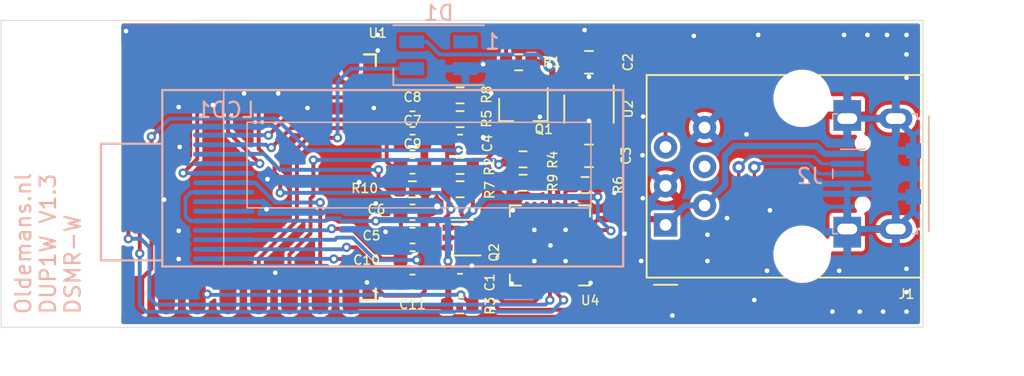
<source format=kicad_pcb>
(kicad_pcb (version 20211014) (generator pcbnew)

  (general
    (thickness 1.6)
  )

  (paper "A4")
  (layers
    (0 "F.Cu" signal)
    (31 "B.Cu" signal)
    (32 "B.Adhes" user "B.Adhesive")
    (33 "F.Adhes" user "F.Adhesive")
    (34 "B.Paste" user)
    (35 "F.Paste" user)
    (36 "B.SilkS" user "B.Silkscreen")
    (37 "F.SilkS" user "F.Silkscreen")
    (38 "B.Mask" user)
    (39 "F.Mask" user)
    (40 "Dwgs.User" user "User.Drawings")
    (41 "Cmts.User" user "User.Comments")
    (42 "Eco1.User" user "User.Eco1")
    (43 "Eco2.User" user "User.Eco2")
    (44 "Edge.Cuts" user)
    (45 "Margin" user)
    (46 "B.CrtYd" user "B.Courtyard")
    (47 "F.CrtYd" user "F.Courtyard")
    (48 "B.Fab" user)
    (49 "F.Fab" user)
  )

  (setup
    (pad_to_mask_clearance 0)
    (grid_origin 18.2626 -11.8364)
    (pcbplotparams
      (layerselection 0x00010f0_ffffffff)
      (disableapertmacros false)
      (usegerberextensions true)
      (usegerberattributes false)
      (usegerberadvancedattributes false)
      (creategerberjobfile false)
      (svguseinch false)
      (svgprecision 6)
      (excludeedgelayer true)
      (plotframeref false)
      (viasonmask false)
      (mode 1)
      (useauxorigin false)
      (hpglpennumber 1)
      (hpglpenspeed 20)
      (hpglpendiameter 15.000000)
      (dxfpolygonmode true)
      (dxfimperialunits true)
      (dxfusepcbnewfont true)
      (psnegative false)
      (psa4output false)
      (plotreference true)
      (plotvalue false)
      (plotinvisibletext false)
      (sketchpadsonfab false)
      (subtractmaskfromsilk true)
      (outputformat 1)
      (mirror false)
      (drillshape 0)
      (scaleselection 1)
      (outputdirectory "OUTPUTS")
    )
  )

  (net 0 "")
  (net 1 "GND")
  (net 2 "+5V")
  (net 3 "+3V3")
  (net 4 "unconnected-(D1-Pad1)")
  (net 5 "DATA")
  (net 6 "RTS")
  (net 7 "DTR")
  (net 8 "RST")
  (net 9 "GPIO0")
  (net 10 "/RGB_LED")
  (net 11 "unconnected-(J1-Pad4)")
  (net 12 "/D+")
  (net 13 "/D-")
  (net 14 "/CH_PD")
  (net 15 "/GPIO2")
  (net 16 "Net-(R6-Pad2)")
  (net 17 "/GPIO15")
  (net 18 "unconnected-(LCD1-Pad6)")
  (net 19 "unconnected-(U1-Pad4)")
  (net 20 "unconnected-(U1-Pad2)")
  (net 21 "unconnected-(U2-Pad4)")
  (net 22 "unconnected-(U4-Pad27)")
  (net 23 "unconnected-(U4-Pad23)")
  (net 24 "/ESP_SCL")
  (net 25 "/EPS_SDA")
  (net 26 "/ESP_TX")
  (net 27 "/ESP_RX")
  (net 28 "DSMR_DATA")
  (net 29 "unconnected-(U4-Pad22)")
  (net 30 "unconnected-(U4-Pad21)")
  (net 31 "/USB_SUSP")
  (net 32 "unconnected-(U4-Pad20)")
  (net 33 "unconnected-(U4-Pad19)")
  (net 34 "unconnected-(U4-Pad18)")
  (net 35 "unconnected-(U4-Pad17)")
  (net 36 "unconnected-(U4-Pad16)")
  (net 37 "unconnected-(U4-Pad15)")
  (net 38 "unconnected-(U4-Pad14)")
  (net 39 "unconnected-(U4-Pad13)")
  (net 40 "unconnected-(U4-Pad12)")
  (net 41 "unconnected-(U4-Pad10)")
  (net 42 "Net-(C7-Pad1)")
  (net 43 "Net-(C9-Pad1)")
  (net 44 "Net-(C10-Pad2)")
  (net 45 "Net-(C10-Pad1)")
  (net 46 "Net-(C11-Pad2)")
  (net 47 "Net-(C11-Pad1)")
  (net 48 "Net-(LCD1-Pad12)")
  (net 49 "unconnected-(U4-Pad2)")
  (net 50 "/OLED_RST")
  (net 51 "unconnected-(U4-Pad1)")

  (footprint "ESP8266:ESP-12" (layer "F.Cu") (at 8.763 -2.794 90))

  (footprint "Capacitor_SMD:C_0603_1608Metric" (layer "F.Cu") (at 29.8704 -12.0396))

  (footprint "Package_TO_SOT_SMD:SOT-23" (layer "F.Cu") (at 33.99282 -14.19352 -90))

  (footprint "Package_TO_SOT_SMD:SOT-363_SC-70-6" (layer "F.Cu") (at 30.00502 -5.83692 180))

  (footprint "Resistor_SMD:R_0603_1608Metric" (layer "F.Cu") (at 29.8704 -10.5156))

  (footprint "Resistor_SMD:R_0603_1608Metric" (layer "F.Cu") (at 29.845 -1.4224))

  (footprint "Resistor_SMD:R_0603_1608Metric" (layer "F.Cu") (at 33.96742 -10.94232 180))

  (footprint "Resistor_SMD:R_0603_1608Metric" (layer "F.Cu") (at 29.8704 -13.5636))

  (footprint "Resistor_SMD:R_0603_1608Metric" (layer "F.Cu") (at 38.00602 -9.26592 180))

  (footprint "Resistor_SMD:R_0603_1608Metric" (layer "F.Cu") (at 29.8704 -15.113))

  (footprint "Resistor_SMD:R_0603_1608Metric" (layer "F.Cu") (at 33.96742 -9.41832))

  (footprint "Connector_RJ:RJ12_Amphenol_54601" (layer "F.Cu") (at 43.2435 -6.6675 90))

  (footprint "Resistor_SMD:R_0603_1608Metric" (layer "F.Cu") (at 33.68802 -17.26692 180))

  (footprint "Capacitor_SMD:C_0603_1608Metric" (layer "F.Cu") (at 29.8704 -2.9718))

  (footprint "Capacitor_SMD:C_0805_2012Metric" (layer "F.Cu") (at 38.26002 -11.17092 180))

  (footprint "Package_TO_SOT_SMD:SOT-23-5" (layer "F.Cu") (at 38.26002 -14.21892 -90))

  (footprint "Package_DFN_QFN:QFN-28-1EP_5x5mm_P0.5mm_EP3.35x3.35mm" (layer "F.Cu") (at 35.72002 -5.32892 180))

  (footprint "Resistor_SMD:R_0603_1608Metric" (layer "F.Cu") (at 29.8704 -8.9916))

  (footprint "Capacitor_SMD:C_0805_2012Metric" (layer "F.Cu") (at 38.26002 -17.26692 180))

  (footprint "Capacitor_SMD:C_0603_1608Metric" (layer "F.Cu") (at 26.7716 -5.969))

  (footprint "Capacitor_SMD:C_0603_1608Metric" (layer "F.Cu") (at 26.7716 -7.493))

  (footprint "Capacitor_SMD:C_0603_1608Metric" (layer "F.Cu") (at 26.7716 -12.0396))

  (footprint "Capacitor_SMD:C_0603_1608Metric" (layer "F.Cu") (at 26.7716 -13.5636))

  (footprint "Capacitor_SMD:C_0603_1608Metric" (layer "F.Cu") (at 26.7716 -10.5156))

  (footprint "Capacitor_SMD:C_0603_1608Metric" (layer "F.Cu") (at 26.7716 -4.445 180))

  (footprint "Resistor_SMD:R_0603_1608Metric" (layer "F.Cu") (at 26.7716 -8.9916 180))

  (footprint "Capacitor_SMD:C_0603_1608Metric" (layer "F.Cu") (at 26.7716 -2.921 180))

  (footprint "MySymbols:USB_Micro_B_Female" (layer "B.Cu") (at 58.2295 -10 -90))

  (footprint "Display:SSD1306_OLED-0.91-128x32_bend" (layer "B.Cu") (at 40.4876 -15.45844 180))

  (footprint "LED_SMD:LED_SK6812MINI_PLCC4_3.5x3.5mm_P1.75mm" (layer "B.Cu") (at 28.4734 -17.7292 180))

  (gr_line (start 60 -20) (end 60 0) (layer "Edge.Cuts") (width 0.05) (tstamp 3d353630-2b9b-4786-b2e3-ce5a449ed7dc))
  (gr_line (start 0 0) (end 60 0) (layer "Edge.Cuts") (width 0.05) (tstamp b81ffa23-7a61-4442-8343-787521d4f07a))
  (gr_line (start 0 0) (end 0 -20) (layer "Edge.Cuts") (width 0.05) (tstamp ce218790-9978-4feb-b41b-c0c7883d0e3d))
  (gr_line (start 0 -20) (end 60 -20) (layer "Edge.Cuts") (width 0.05) (tstamp df8bb267-e01a-40d5-bb41-0199fa6a57db))
  (gr_text "Oldemans.nl\nDUP1W V1.3\nDSMR-W" (at 3.048 -0.762 90) (layer "B.SilkS") (tstamp 6a6752a5-c93b-451d-916c-fdcd5e391262)
    (effects (font (size 1 1) (thickness 0.15)) (justify left))
  )
  (dimension (type aligned) (layer "Eco2.User") (tstamp 75713d0d-22f3-4eae-b77e-bc445e1358c6)
    (pts (xy 60 0) (xy 60 -20))
    (height 2.794)
    (gr_text "20.0000 mm" (at 61.644 -10 90) (layer "Eco2.User") (tstamp 75713d0d-22f3-4eae-b77e-bc445e1358c6)
      (effects (font (size 1 1) (thickness 0.15)))
    )
    (format (units 2) (units_format 1) (precision 4))
    (style (thickness 0.15) (arrow_length 1.27) (text_position_mode 0) (extension_height 0.58642) (extension_offset 0) keep_text_aligned)
  )
  (dimension (type aligned) (layer "Eco2.User") (tstamp a34da3f7-a795-4fc0-ac74-0eb675dabbae)
    (pts (xy 0 0) (xy 60 0))
    (height 2.54)
    (gr_text "60.0000 mm" (at 30 1.39) (layer "Eco2.User") (tstamp a34da3f7-a795-4fc0-ac74-0eb675dabbae)
      (effects (font (size 1 1) (thickness 0.15)))
    )
    (format (units 2) (units_format 1) (precision 4))
    (style (thickness 0.15) (arrow_length 1.27) (text_position_mode 0) (extension_height 0.58642) (extension_offset 0) keep_text_aligned)
  )

  (segment (start 27.572 -7.874) (end 27.572 -9.348) (width 0.254) (layer "F.Cu") (net 1) (tstamp 1659e1c7-fed5-459e-a607-0100391bf12e))
  (segment (start 33.12922 -9.12672) (end 33.12922 -7.79272) (width 0.254) (layer "F.Cu") (net 1) (tstamp 1961b629-9c31-49c5-aa60-2de187b95c49))
  (segment (start 27.572 -7.874) (end 27.572 -6.35) (width 0.254) (layer "F.Cu") (net 1) (tstamp 1a168169-7d19-4b91-aae8-91f85fbcb363))
  (segment (start 33.12922 -7.79272) (end 33.30702 -7.61492) (width 0.254) (layer "F.Cu") (net 1) (tstamp 1bb1631b-ec5d-44f0-a865-35e6b333c02e))
  (segment (start 27.622 -10.872) (end 27.572 -10.922) (width 0.254) (layer "F.Cu") (net 1) (tstamp 20b73ed0-77b1-4c2b-82d9-9b0054d8c74e))
  (segment (start 27.572 -9.348) (end 27.622 -9.398) (width 0.254) (layer "F.Cu") (net 1) (tstamp 303f222f-316b-4ec2-905d-46bcd6ecefd3))
  (segment (start 31.91002 -15.23492) (end 30.95702 -15.23492) (width 0.4064) (layer "F.Cu") (net 1) (tstamp 40c4fdfa-a879-486a-8e07-6460a3767991))
  (segment (start 38.26002 -12.12092) (end 38.26002 -13.45692) (width 0.4064) (layer "F.Cu") (net 1) (tstamp 423fe53d-bc4f-4ead-bba7-24baa7477046))
  (segment (start 37.32022 -17.26692) (end 37.31002 -17.26692) (width 0.4064) (layer "F.Cu") (net 1) (tstamp 48e2c9c5-9b3a-4c15-9be6-e4bf1bcdd59f))
  (segment (start 32.73802 -15.21892) (end 31.92602 -15.21892) (width 0.4064) (layer "F.Cu") (net 1) (tstamp 515a8683-1d82-4ffe-a7f6-0a4e2fc6b796))
  (segment (start 30.65302 -12.44092) (end 31.31538 -12.44092) (width 0.254) (layer "F.Cu") (net 1) (tstamp 5d6642d0-19f9-4fad-acf8-ac45d651ecbc))
  (segment (start 38.26002 -16.31692) (end 38.26002 -16.32712) (width 0.4064) (layer "F.Cu") (net 1) (tstamp 5dfab588-227d-4d98-b15a-55671048d26d))
  (segment (start 35.26481 -4.87371) (end 35.72002 -5.32892) (width 0.254) (layer "F.Cu") (net 1) (tstamp 6117cedb-a0e0-4136-ac8b-b6cc3240532b))
  (segment (start 38.26002 -15.31892) (end 38.26002 -16.31692) (width 0.4064) (layer "F.Cu") (net 1) (tstamp 6abd8421-54b0-41f6-a1ac-ea926fbdb08a))
  (segment (start 31.31538 -12.44092) (end 31.3738 -12.3825) (width 0.254) (layer "F.Cu") (net 1) (tstamp 86b6d5a0-2161-4c9d-a69a-1e670982df0b))
  (segment (start 22.763 -16.794) (end 22.763 -17.81) (width 0.4064) (layer "F.Cu") (net 1) (tstamp 90f1f180-b0ac-4235-92cd-28f4ccd992f0))
  (segment (start 27.572 -10.922) (end 27.572 -12.446) (width 0.254) (layer "F.Cu") (net 1) (tstamp 9282165b-b1b9-4499-9aa3-677562ec9311))
  (segment (start 27.5466 -12.4714) (end 27.5466 -13.5636) (width 0.254) (layer "F.Cu") (net 1) (tstamp 9557a200-0a34-4053-b53c-9898749ce05a))
  (segment (start 37.31002 -11.17092) (end 38.26002 -12.12092) (width 0.4064) (layer "F.Cu") (net 1) (tstamp a3bb6072-fc90-45c7-b6b9-f0fbd34bb2e7))
  (segment (start 32.86302 -9.48232) (end 32.86302 -9.39292) (width 0.254) (layer "F.Cu") (net 1) (tstamp bb8ec2aa-bbff-4c08-b8f2-16ea63e34411))
  (segment (start 27.622 -9.398) (end 27.622 -10.872) (width 0.254) (layer "F.Cu") (net 1) (tstamp bf2d1ece-1cd5-4ccc-a3db-c550530a9205))
  (segment (start 27.572 -12.446) (end 27.5466 -12.4714) (width 0.254) (layer "F.Cu") (net 1) (tstamp c468c4bf-6e74-4747-ac8a-8fdf64bf7ef3))
  (segment (start 36.22002 -4.82892) (end 35.72002 -5.32892) (width 0.254) (layer "F.Cu") (net 1) (tstamp c53bfc39-aeae-4f63-8cbe-592e817ac043))
  (segment (start 38.26002 -16.32712) (end 37.32022 -17.26692) (width 0.4064) (layer "F.Cu") (net 1) (tstamp c90e6267-eda5-40ab-9931-3eb21ae54b37))
  (segment (start 38.17002 -4.82892) (end 36.22002 -4.82892) (width 0.254) (layer "F.Cu") (net 1) (tstamp cd30f513-9919-424a-8072-73d17a25cc17))
  (segment (start 30.65302 -12.44092) (end 30.89402 -12.44092) (width 0.254) (layer "F.Cu") (net 1) (tstamp d36f0c0e-1fba-4509-9478-a004beb83751))
  (segment (start 30.64002 -4.0132) (end 30.64002 -2.97718) (width 0.254) (layer "F.Cu") (net 1) (tstamp dad2e50a-606e-4d66-ac68-b2665fc20234))
  (segment (start 32.86302 -9.39292) (end 33.12922 -9.12672) (width 0.254) (layer "F.Cu") (net 1) (tstamp de0f9f35-6feb-434f-a648-bd1d986376a6))
  (segment (start 27.572 -7.874) (end 28.3845 -7.874) (width 0.254) (layer "F.Cu") (net 1) (tstamp e76a57bd-9b54-4af2-8530-1e0845eb4678))
  (segment (start 31.92602 -15.21892) (end 31.91002 -15.23492) (width 0.254) (layer "F.Cu") (net 1) (tstamp ec14503f-c3d4-4570-a627-2f1934e77c10))
  (segment (start 30.64002 -2.97718) (end 30.6454 -2.9718) (width 0.254) (layer "F.Cu") (net 1) (tstamp fd48d66f-31fc-4e10-a57e-44d35a2561db))
  (via (at 36.73602 -4.31292) (size 0.6) (drill 0.3) (layers "F.Cu" "B.Cu") (net 1) (tstamp 00000000-0000-0000-0000-0000608cb9aa))
  (via (at 17.272 -7.6835) (size 0.6) (drill 0.3) (layers "F.Cu" "B.Cu") (net 1) (tstamp 00000000-0000-0000-0000-00006153afd7))
  (via (at 35.7505 -5.334) (size 0.6) (drill 0.3) (layers "F.Cu" "B.Cu") (net 1) (tstamp 00000000-0000-0000-0000-00006153cd1b))
  (via (at 11.557 -4.445) (size 0.6) (drill 0.3) (layers "F.Cu" "B.Cu") (net 1) (tstamp 030a45a1-740a-43a3-9412-7c01784d932c))
  (via (at 58.928 -1.016) (size 0.6) (drill 0.3) (layers "F.Cu" "B.Cu") (net 1) (tstamp 084c32e8-6f67-4c04-8a33-cfe9e96cd24a))
  (via (at 18.034 -15.24) (size 0.6) (drill 0.3) (layers "F.Cu" "B.Cu") (net 1) (tstamp 085d5a94-a053-474c-857f-58c5b1839eda))
  (via (at 58.928 -19.05) (size 0.6) (drill 0.3) (layers "F.Cu" "B.Cu") (net 1) (tstamp 08ca1d46-6ed9-4d2d-a5fc-f8b2a792ae12))
  (via (at 24.257 -14.2875) (size 0.6) (drill 0.3) (layers "F.Cu" "B.Cu") (net 1) (tstamp 101fe87f-08c8-438f-9c2d-f70fa7618214))
  (via (at 31.369 -17.145) (size 0.6) (drill 0.3) (layers "F.Cu" "B.Cu") (net 1) (tstamp 10a1db71-2c67-4521-b38c-2e66f6a94a73))
  (via (at 41.76776 -8.41248) (size 0.6) (drill 0.3) (layers "F.Cu" "B.Cu") (net 1) (tstamp 12d71bbc-fc6d-44d0-9bcf-981605d7cc82))
  (via (at 37.973 -19.3675) (size 0.6) (drill 0.3) (layers "F.Cu" "B.Cu") (net 1) (tstamp 173c0efb-a3d7-4c9f-8b09-7be63c8b7c03))
  (via (at 11.6205 -11.7475) (size 0.6) (drill 0.3) (layers "F.Cu" "B.Cu") (net 1) (tstamp 1a5fcc77-0e86-49b6-8f58-3e045b2d7c8d))
  (via (at 47.244 -7.112) (size 0.6) (drill 0.3) (layers "F.Cu" "B.Cu") (net 1) (tstamp 1a871221-4ffc-4a85-9ca8-ded7d32633b4))
  (via (at 33.23082 -2.83972) (size 0.6) (drill 0.3) (layers "F.Cu" "B.Cu") (net 1) (tstamp 20448731-73c1-4bfd-8dbe-2fd7007b6942))
  (via (at 31.9024 -15.24) (size 0.6) (drill 0.3) (layers "F.Cu" "B.Cu") (net 1) (tstamp 24092072-f75e-49e6-be4f-199046567f23))
  (via (at 58.928 -2.286) (size 0.6) (drill 0.3) (layers "F.Cu" "B.Cu") (net 1) (tstamp 29bc8125-0096-495f-9a16-bb54ba15cdb4))
  (via (at 23.8125 -2.921) (size 0.6) (drill 0.3) (layers "F.Cu" "B.Cu") (net 1) (tstamp 2b699545-59ac-412c-9acb-2f28f537a2ac))
  (via (at 30.64002 -4.0132) (size 0.6) (drill 0.3) (layers "F.Cu" "B.Cu") (net 1) (tstamp 31e40b3c-2699-4cde-b21b-8e45f96d5f23))
  (via (at 58.928 -17.78) (size 0.6) (drill 0.3) (layers "F.Cu" "B.Cu") (net 1) (tstamp 32f5fd2e-2c41-4cbc-bb5f-8c66257733c7))
  (via (at 50.038 -7.62) (size 0.6) (drill 0.3) (layers "F.Cu" "B.Cu") (net 1) (tstamp 41deba0b-5534-4dd2-b0af-1bd381d73be5))
  (via (at 49.276 -19.05) (size 0.6) (drill 0.3) (layers "F.Cu" "B.Cu") (net 1) (tstamp 4628f164-395b-4dbe-bcbc-6e3efce6cda9))
  (via (at 17.8435 -3.556) (size 0.6) (drill 0.3) (layers "F.Cu" "B.Cu") (net 1) (tstamp 485b6c75-130e-45d0-8f44-360aa1b5b04c))
  (via (at 54.102 -1.016) (size 0.6) (drill 0.3) (layers "F.Cu" "B.Cu") (net 1) (tstamp 4f520175-2ed7-4885-a5b8-cf0a2efe7e98))
  (via (at 58.928 -3.81) (size 0.6) (drill 0.3) (layers "F.Cu" "B.Cu") (net 1) (tstamp 4f6c5620-c4c3-4a45-8a7a-768488a32596))
  (via (at 31.3738 -12.3825) (size 0.6) (drill 0.3) (layers "F.Cu" "B.Cu") (net 1) (tstamp 4fb2df44-95a4-473d-8b0d-a4e90fe3a2fa))
  (via (at 36.73602 -6.34492) (size 0.6) (drill 0.3) (layers "F.Cu" "B.Cu") (net 1) (tstamp 5397ab65-5950-445d-a27c-94f269a845ea))
  (via (at 34.70402 -6.34492) (size 0.6) (drill 0.3) (layers "F.Cu" "B.Cu") (net 1) (tstamp 59043218-58b0-4725-a0d5-6460c3286693))
  (via (at 55.88 -1.016) (size 0.6) (drill 0.3) (layers "F.Cu" "B.Cu") (net 1) (tstamp 5b309906-8bfc-4e73-8310-9d48c990b19d))
  (via (at 57.404 -1.016) (size 0.6) (drill 0.3) (layers "F.Cu" "B.Cu") (net 1) (tstamp 5ee8bfa9-1094-4b27-ad4f-98e659910827))
  (via (at 10.6045 -8.3185) (size 0.6) (drill 0.3) (layers "F.Cu" "B.Cu") (net 1) (tstamp 62c5ad88-de8d-4f04-ad67-814378468bd4))
  (via (at 35.05962 -13.71092) (size 0.6) (drill 0.3) (layers "F.Cu" "B.Cu") (net 1) (tstamp 64f9c9eb-7ada-4fd3-9b2d-9727e13b4805))
  (via (at 25.019 -6.223) (size 0.6) (drill 0.3) (layers "F.Cu" "B.Cu") (net 1) (tstamp 726a7653-fd9c-4e70-8b7e-7cb9a5376064))
  (via (at 13.7795 -14.478) (size 0.6) (drill 0.3) (layers "F.Cu" "B.Cu") (net 1) (tstamp 7360ba37-447c-4779-b049-448a15e8cbd6))
  (via (at 23.3045 -9.4615) (size 0.6) (drill 0.3) (layers "F.Cu" "B.Cu") (net 1) (tstamp 821a3325-87f4-49ec-8c2e-0b7505a5cfa1))
  (via (at 17.3355 -9.652) (size 0.6) (drill 0.3) (layers "F.Cu" "B.Cu") (net 1) (tstamp 847b8039-2895-4355-a7b7-5600515824f6))
  (via (at 45.974 -6.0325) (size 0.6) (drill 0.3) (layers "F.Cu" "B.Cu") (net 1) (tstamp 8c773d48-ea16-47d6-9605-3fc9500d113b))
  (via (at 49.8475 -3.683) (size 0.6) (drill 0.3) (layers "F.Cu" "B.Cu") (net 1) (tstamp 8d587691-70f4-4414-93c3-9c936c084371))
  (via (at 41.78046 -13.73378) (size 0.6) (drill 0.3) (layers "F.Cu" "B.Cu") (net 1) (tstamp 8f1bfea8-4f94-40e2-9ecd-7ffd28d177f0))
  (via (at 54.864 -19.05) (size 0.6) (drill 0.3) (layers "F.Cu" "B.Cu") (net 1) (tstamp 9196312d-38bc-4e3f-a10f-082e64092586))
  (via (at 34.70402 -4.31292) (size 0.6) (drill 0.3) (layers "F.Cu" "B.Cu") (net 1) (tstamp 9889b32e-8f16-4b8e-8b99-73580ed1c1c3))
  (via (at 57.658 -19.05) (size 0.6) (drill 0.3) (layers "F.Cu" "B.Cu") (net 1) (tstamp 9c05f40a-ef3c-4897-a511-a36ccaddeed2))
  (via (at 49.022 -1.778) (size 0.6) (drill 0.3) (layers "F.Cu" "B.Cu") (net 1) (tstamp 9d146ac3-653c-416a-95c9-ffa36f27a44a))
  (via (at 56.388 -19.05) (size 0.6) (drill 0.3) (layers "F.Cu" "B.Cu") (net 1) (tstamp a37f0fa4-7cde-48b1-9ce0-e982a5d579fa))
  (via (at 8.128 -19.304) (size 0.6) (drill 0.3) (layers "F.Cu" "B.Cu") (net 1) (tstamp a478c2c6-bb4d-45f6-a85d-e9a4ed2c59b2))
  (via (at 19.939 -14.2875) (size 0.6) (drill 0.3) (layers "F.Cu" "B.Cu") (net 1) (tstamp a58e3473-cc15-4af9-9bb2-7ee962cab083))
  (via (at 48.514 -12.573) (size 0.6) (drill 0.3) (layers "F.Cu" "B.Cu") (net 1) (tstamp a62dc4a4-9018-4e9b-8110-af2375e6e4f5))
  (via (at 24.511 -18.034) (size 0.6) (drill 0.3) (layers "F.Cu" "B.Cu") (net 1) (tstamp b13e7790-b84d-442d-924a-611a3cc8e051))
  (via (at 45.974 -4.318) (size 0.6) (drill 0.3) (layers "F.Cu" "B.Cu") (net 1) (tstamp b69def93-f36a-4e68-be7e-061ee649eadb))
  (via (at 58.928 -16.256) (size 0.6) (drill 0.3) (layers "F.Cu" "B.Cu") (net 1) (tstamp b8bb57ee-9ec7-4be6-82b3-c89664077ba1))
  (via (at 45.085 -18.9865) (size 0.6) (drill 0.3) (layers "F.Cu" "B.Cu") (net 1) (tstamp c05f735e-5341-420a-a68b-448144440d1e))
  (via (at 43.688 -0.762) (size 0.6) (drill 0.3) (layers "F.Cu" "B.Cu") (net 1) (tstamp c2756e13-d639-4c93-98fd-48290a951ed4))
  (via (at 33.30702 -7.61492) (size 0.6) (drill 0.3) (layers "F.Cu" "B.Cu") (net 1) (tstamp c4f27ddb-3e15-4608-998d-d2df29dff84a))
  (via (at 11.557 -14.351) (size 0.6) (drill 0.3) (layers "F.Cu" "B.Cu") (net 1) (tstamp c9d69624-621e-46a5-9c0b-75c1cfc34138))
  (via (at 40.5765 -6.096) (size 0.6) (drill 0.3) (layers "F.Cu" "B.Cu") (net 1) (tstamp cc2bfe1d-ad88-4d17-b4fb-f016ede65138))
  (via (at 38.26002 -16.31692) (size 0.6) (drill 0.3) (layers "F.Cu" "B.Cu") (net 1) (tstamp cd758442-2dc3-48b9-9793-958b4d57b7eb))
  (via (at 39.91102 -8.75792) (size 0.6) (drill 0.3) (layers "F.Cu" "B.Cu") (net 1) (tstamp daaafa61-2fc0-4593-9114-eedad5dc21d2))
  (via (at 15.8115 -15.24) (size 0.6) (drill 0.3) (layers "F.Cu" "B.Cu") (net 1) (tstamp e03141c7-6670-4456-8efb-74f491e6ee39))
  (via (at 24.511 -19.05) (size 0.6) (drill 0.3) (layers "F.Cu" "B.Cu") (net 1) (tstamp e4759809-ff7d-47c5-ab70-c41f02377071))
  (via (at 41.656 -4.318) (size 0.6) (drill 0.3) (layers "F.Cu" "B.Cu") (net 1) (tstamp e5e6966d-64ed-4b6c-9e06-c1462603fd61))
  (via (at 24.384 -8.0645) (size 0.6) (drill 0.3) (layers "F.Cu" "B.Cu") (net 1) (tstamp eb91a0b0-75b6-4a20-8c19-8e76bc3fd06c))
  (via (at 28.3845 -7.874) (size 0.8) (drill 0.4) (layers "F.Cu" "B.Cu") (net 1) (tstamp eca69c1f-d4ec-4c22-95bb-ae8eb40683a4))
  (via (at 54.5465 -3.683) (size 0.6) (drill 0.3) (layers "F.Cu" "B.Cu") (net 1) (tstamp ef6e4270-555b-485a-ad43-2896d2ba6474))
  (via (at 38.36162 -2.89052) (size 0.6) (drill 0.3) (layers "F.Cu" "B.Cu") (net 1) (tstamp f355e5ab-1bfe-4384-9210-90ee7ba03ca8))
  (via (at 11.557 -6.2865) (size 0.6) (drill 0.3) (layers "F.Cu" "B.Cu") (net 1) (tstamp f58d1f8f-d00c-4acf-9d48-0514f9499e00))
  (via (at 38.26002 -13.45692) (size 0.6) (drill 0.3) (layers "F.Cu" "B.Cu") (net 1) (tstamp f93fa528-894e-4f49-8a83-715cd7929ab8))
  (via (at 41.74744 -11.20394) (size 0.6) (drill 0.3) (layers "F.Cu" "B.Cu") (net 1) (tstamp f9a04710-7491-4e89-a11b-5fbe47bcd355))
  (via (at 52.3875 -9.525) (size 0.6) (drill 0.3) (layers "F.Cu" "B.Cu") (net 1) (tstamp fb11e0cf-eb80-43e7-aaf6-395b96cc88f2))
  (segment (start 58.2295 -13.6) (end 55.0695 -13.6) (width 0.4064) (layer "B.Cu") (net 1) (tstamp 0e7efe0f-6512-45c5-8e59-60d5536b321e))
  (segment (start 58.2295 -6.4) (end 55.0695 -6.4) (width 0.4064) (layer "B.Cu") (net 1) (tstamp 2b4ab66f-720c-4433-9a8a-3a710e814a70))
  (segment (start 30.2234 -16.8542) (end 31.0782 -16.8542) (width 0.254) (layer "B.Cu") (net 1) (tstamp 4068492b-5b73-48b6-a59a-31ee8379da17))
  (segment (start 59.3795 -7.55) (end 58.2295 -6.4) (width 0.4064) (layer "B.Cu") (net 1) (tstamp 60a16a07-3bbd-43a8-a497-5b1e3a711181))
  (segment (start 38.26002 -13.45692) (end 38.26002 -16.31692) (width 0.4064) (layer "B.Cu") (net 1) (tstamp 7f5738c5-67c8-4074-9f2c-a774c04a6f9f))
  (segment (start 31.0782 -16.8542) (end 31.369 -17.145) (width 0.254) (layer "B.Cu") (net 1) (tstamp b88f9d77-d711-42a8-b4e0-624c5e182bb9))
  (segment (start 55.0695 -9.35) (end 55.0695 -8.7) (width 0.4064) (layer "B.Cu") (net 1) (tstamp c029753f-ba91-4c07-b5e1-45602ef76b5f))
  (segment (start 59.3795 -8.5) (end 59.3795 -7.55) (width 0.4064) (layer "B.Cu") (net 1) (tstamp c096972f-8bfc-4b1f-9df1-3ee2348688cb))
  (segment (start 59.3795 -12.45) (end 58.2295 -13.6) (width 0.4064) (layer "B.Cu") (net 1) (tstamp c7ab6834-cbe1-488e-97dd-9676f2c1ce81))
  (segment (start 55.0695 -8.7) (end 55.0695 -6.4) (width 0.4064) (layer "B.Cu") (net 1) (tstamp e5e3b919-69c7-4da2-b14e-3d5e681a066b))
  (segment (start 59.3795 -11.5) (end 59.3795 -12.45) (width 0.4064) (layer "B.Cu") (net 1) (tstamp feb182cf-b0c7-4c78-9c28-918bd9f519c1))
  (segment (start 59.3795 -11.5) (end 59.3795 -8.5) (width 0.4064) (layer "B.Cu") (net 1) (tstamp ffacc757-ca4d-4470-9f29-7238898c18c1))
  (segment (start 38.17002 -6.82892) (end 38.17002 -7.301274) (width 0.254) (layer "F.Cu") (net 2) (tstamp 0edd76af-e8a9-455c-ae8a-ce30ef7620ca))
  (segment (start 34.51302 -17.26692) (end 35.38982 -17.26692) (width 0.4064) (layer "F.Cu") (net 2) (tstamp 108fedda-a0a1-4378-87e2-a4daa05cc0f0))
  (segment (start 35.87242 -16.78432) (end 35.87242 -14.32052) (width 0.4064) (layer "F.Cu") (net 2) (tstamp 2305fc83-78a1-422d-97a5-e1670446ec59))
  (segment (start 40.80002 -7.0485) (end 38.9255 -7.0485) (width 0.4064) (layer "F.Cu") (net 2) (tstamp 27eb5cdf-b8ab-4bd3-bb53-a4533fdafea6))
  (segment (start 40.80002 -7.0485) (end 42.8625 -7.0485) (width 0.4064) (layer "F.Cu") (net 2) (tstamp 2ef09287-0a75-4a92-b19e-5158fd15f17c))
  (segment (start 35.91302 -14.27992) (end 35.87242 -14.32052) (width 0.4064) (layer "F.Cu") (net 2) (tstamp 3d371443-4500-4206-9522-7c58b99ea1dc))
  (segment (start 38.6715 -6.858) (end 38.862 -7.0485) (width 0.254) (layer "F.Cu") (net 2) (tstamp 5a650ad4-5388-45b8-b2ee-1450cf938b99))
  (segment (start 38.17002 -6.82892) (end 38.1991 -6.858) (width 0.254) (layer "F.Cu") (net 2) (tstamp 5ec9fbce-30f7-4516-bad0-c3c41b12b819))
  (segment (start 35.87242 -14.32052) (end 35.90794 -14.285) (width 0.4064) (layer "F.Cu") (net 2) (tstamp 61582fb3-ac59-47c1-a325-296969e5a3a9))
  (segment (start 38.17002 -7.301274) (end 38.111723 -7.359571) (width 0.254) (layer "F.Cu") (net 2) (tstamp 67b29154-8470-4d6d-9289-18ac519f58c0))
  (segment (start 35.49142 -10.99312) (end 34.79242 -10.99312) (width 0.4064) (layer "F.Cu") (net 2) (tstamp 680d00fc-8079-4ed3-b9a5-717ce5474a15))
  (segment (start 39.21002 -15.31892) (end 39.21002 -17.26692) (width 0.4064) (layer "F.Cu") (net 2) (tstamp 68966e81-0189-4f85-96c4-c421b50f8e50))
  (segment (start 37.31002 -14.27992) (end 35.91302 -14.27992) (width 0.4064) (layer "F.Cu") (net 2) (tstamp 6dd9c8ce-3741-4acf-90e8-acea1ef1023c))
  (segment (start 37.692374 -7.77892) (end 38.111723 -7.359571) (width 0.254) (layer "F.Cu") (net 2) (tstamp 7a32703f-c361-47ee-a540-977eb4c60d11))
  (segment (start 35.90794 -14.285) (end 40.2615 -14.285) (width 0.4064) (layer "F.Cu") (net 2) (tstamp 88f23816-ecc6-4f26-b57c-95ab28da9008))
  (segment (start 40.80002 -13.74648) (end 40.80002 -7.0485) (width 0.4064) (layer "F.Cu") (net 2) (tstamp 92b6ee1d-2641-4900-a02e-685c9f547681))
  (segment (start 35.87242 -14.32052) (end 35.87242 -11.37412) (width 0.4064) (layer "F.Cu") (net 2) (tstamp 9a56529a-30dd-4605-b237-9609d11403ac))
  (segment (start 39.21002 -14.27992) (end 39.21002 -15.31892) (width 0.4064) (layer "F.Cu") (net 2) (tstamp 9b0ddc67-e9ea-4798-afe6-245e1b0dba33))
  (segment (start 35.38982 -17.26692) (end 35.87242 -16.78432) (width 0.4064) (layer "F.Cu") (net 2) (tstamp a13d4ea0-830d-46c0-a6bc-49fb254e1ede))
  (segment (start 37.22002 -7.77892) (end 37.692374 -7.77892) (width 0.254) (layer "F.Cu") (net 2) (tstamp a34fcea3-a1eb-4aeb-a6d8-df1df80f9b57))
  (segment (start 38.862 -7.0485) (end 38.9255 -7.0485) (width 0.254) (layer "F.Cu") (net 2) (tstamp b0924a2e-173b-44c7-b23f-d8c54f790f4e))
  (segment (start 35.87242 -11.37412) (end 35.49142 -10.99312) (width 0.4064) (layer "F.Cu") (net 2) (tstamp b7b6399e-b276-44e6-a56f-658a3e2bf7bd))
  (segment (start 38.1991 -6.858) (end 38.6715 -6.858) (width 0.254) (layer "F.Cu") (net 2) (tstamp bdeb1efc-fc45-4b95-b2fe-f2ddf65acc67))
  (segment (start 39.21002 -15.31892) (end 39.21002 -15.30092) (width 0.4064) (layer "F.Cu") (net 2) (tstamp ca371ef9-3bbc-466d-8046-a8f4fa440436))
  (segment (start 40.2615 -14.285) (end 40.80002 -13.74648) (width 0.4064) (layer "F.Cu") (net 2) (tstamp cc5ad05e-6756-4bb3-aa70-7630955983d9))
  (segment (start 42.8625 -7.0485) (end 43.2435 -6.6675) (width 0.4064) (layer "F.Cu") (net 2) (tstamp d4a72b3f-c883-4318-97e0-70ede4e92e26))
  (segment (start 37.31002 -15.31892) (end 37.31002 -14.27992) (width 0.4064) (layer "F.Cu") (net 2) (tstamp dd11506d-304f-405a-873b-a12c67a840f7))
  (via (at 35.687 -17.0434) (size 0.8) (drill 0.4) (layers "F.Cu" "B.Cu") (net 2) (tstamp aec3fa54-b000-4624-ad88-46556a416a08))
  (segment (start 34.9504 -17.78) (end 35.687 -17.0434) (width 0.254) (layer "B.Cu") (net 2) (tstamp 0be570c9-5c2d-4221-8cb0-45ffe5b9492a))
  (segment (start 42.792799 -6.216799) (end 43.2435 -6.6675) (width 0.254) (layer "B.Cu") (net 2) (tstamp 4f4293cc-aa87-4e15-9341-7307439c053f))
  (segment (start 27.7228 -18.6042) (end 28.547 -17.78) (width 0.254) (layer "B.Cu") (net 2) (tstamp 71b68481-e7fa-4d74-8330-14b41bb01ed3))
  (segment (start 55.0695 -11.3) (end 53.597 -11.3) (width 0.4064) (layer "B.Cu") (net 2) (tstamp 7b166503-64d4-4b8f-a91c-c2c400b91be9))
  (segment (start 47.117 -9.271) (end 45.7835 -7.9375) (width 0.4064) (layer "B.Cu") (net 2) (tstamp 80432040-6a46-4135-aa20-b2434f926a5d))
  (segment (start 26.7234 -18.6042) (end 27.7228 -18.6042) (width 0.254) (layer "B.Cu") (net 2) (tstamp 916930c9-9d64-4764-b6a5-e35ae45ece3b))
  (segment (start 47.117 -11.204472) (end 47.117 -9.271) (width 0.4064) (layer "B.Cu") (net 2) (tstamp 9526063a-7d48-482f-b653-2c00c40e33bc))
  (segment (start 44.5135 -7.9375) (end 43.2435 -6.6675) (width 0.4064) (layer "B.Cu") (net 2) (tstamp a293f236-8b35-4d1c-a2cf-e2fb1edc0fd0))
  (segment (start 28.547 -17.78) (end 34.9504 -17.78) (width 0.254) (layer "B.Cu") (net 2) (tstamp aa60bfdf-bfc4-4ad9-9328-856dee20ad5a))
  (segment (start 47.723528 -11.811) (end 47.117 -11.204472) (width 0.4064) (layer "B.Cu") (net 2) (tstamp b60c4c2c-379e-40ee-874a-347bc6cdce79))
  (segment (start 53.597 -11.3) (end 53.086 -11.811) (width 0.4064) (layer "B.Cu") (net 2) (tstamp bfac54cf-0f0e-4484-99c6-5d4e5f7de096))
  (segment (start 45.7835 -7.9375) (end 44.5135 -7.9375) (width 0.4064) (layer "B.Cu") (net 2) (tstamp d63df3e5-0fee-4716-ab32-4a4ca93e5140))
  (segment (start 53.086 -11.811) (end 47.723528 -11.811) (width 0.4064) (layer "B.Cu") (net 2) (tstamp fa6ba4c2-343a-4ca6-81bb-cb70bc4c61b4))
  (segment (start 30.70302 -9.39292) (end 30.70302 -7.61492) (width 0.254) (layer "F.Cu") (net 3) (tstamp 0a324281-2d12-4018-9e06-550de3d53a03))
  (segment (start 28.9946 -1.3716) (end 29.02 -1.397) (width 0.4064) (layer "F.Cu") (net 3) (tstamp 281c8502-1af7-4143-afdf-85cbbc755698))
  (segment (start 32.004 -11.35032) (end 31.5706 -10.91692) (width 0.254) (layer "F.Cu") (net 3) (tstamp 2f8ef608-74f3-441a-b282-8c010fd09e45))
  (segment (start 29.10302 -1.48002) (end 29.02 -1.397) (width 0.4064) (layer "F.Cu") (net 3) (tstamp 30b98c46-d415-4d71-b22e-e195e9b159a1))
  (segment (start 26.022 -7.874) (end 26.022 -6.9088) (width 0.254) (layer "F.Cu") (net 3) (tstamp 33d7023b-57c1-46ff-aeb5-49ce4349a73b))
  (segment (start 26.022 -6.9088) (end 24.3967 -6.9088) (width 0.254) (layer "F.Cu") (net 3) (tstamp 3577c6b0-c26d-41d1-b2f6-6e2e11bf84f6))
  (segment (start 30.70302 -13.96492) (end 30.76144 -13.9065) (width 0.254) (layer "F.Cu") (net 3) (tstamp 3c9e4b9b-0930-40a7-8eca-184510892742))
  (segment (start 39.21002 -13.11892) (end 39.21002 -12.25292) (width 0.4064) (layer "F.Cu") (net 3) (tstamp 3e451bfc-bdbe-4ec7-a3f6-053a7618bae9))
  (segment (start 38.83102 -8.490726) (end 38.83102 -9.26592) (width 0.4064) (layer "F.Cu") (net 3) (tstamp 43b2c4ae-66a8-412d-b4d6-cf0b07d320d0))
  (segment (start 26.022 -6.9088) (end 26.022 -6.0706) (width 0.254) (layer "F.Cu") (net 3) (tstamp 460adda5-14a2-4b05-b2da-ee2c949179e4))
  (segment (start 29.10302 -3.55092) (end 29.10302 -1.48002) (width 0.4064) (layer "F.Cu") (net 3) (tstamp 4ca94306-ef0e-4f6e-91bc-2bfefa70b129))
  (segment (start 38.83102 -9.45592) (end 39.21002 -9.83492) (width 0.4064) (layer "F.Cu") (net 3) (tstamp 64ccc7b2-295f-4ee8-a191-f3d8798232bb))
  (segment (start 22.763 -2.794) (end 22.8092 -2.8402) (width 0.4064) (layer "F.Cu") (net 3) (tstamp 6a230674-c6e2-4c02-a60c-23d36b0d935e))
  (segment (start 29.10302 -3.55092) (end 29.10302 -4.29798) (width 0.4064) (layer "F.Cu") (net 3) (tstamp 6e351e56-044f-4402-8675-ac18e65629f1))
  (segment (start 31.496 -13.9065) (end 32.004 -13.3985) (width 0.254) (layer "F.Cu") (net 3) (tstamp 712a61f3-c9fa-417e-87db-e5ad5893c406))
  (segment (start 38.86962 -8.452126) (end 38.83102 -8.490726) (width 0.254) (layer "F.Cu") (net 3) (tstamp 79ce90b2-b68d-40d3-94ad-b9b432f85db4))
  (segment (start 39.21002 -12.25292) (end 39.21002 -11.17092) (width 0.4064) (layer "F.Cu") (net 3) (tstamp 7d72fb87-f890-4d25-b390-cdd270008580))
  (segment (start 39.64508 -6.32892) (end 39.6875 -6.2865) (width 0.254) (layer "F.Cu") (net 3) (tstamp 7df8b4d9-a560-4778-8158-a3d23c275fa0))
  (segment (start 39.33702 -11.29792) (end 39.21002 -11.17092) (width 0.254) (layer "F.Cu") (net 3) (tstamp 84dbbcaa-51a7-4087-be1c-17fb9597ad68))
  (segment (start 32.004 -13.3985) (end 32.004 -11.35032) (width 0.254) (layer "F.Cu") (net 3) (tstamp 88982416-1856-43e7-9381-24a4ed6182e7))
  (segment (start 39.21002 -9.83492) (end 39.21002 -11.17092) (width 0.4064) (layer "F.Cu") (net 3) (tstamp 8d9d043c-a2a4-49ee-97cd-0817a1342514))
  (segment (start 38.17002 -6.32892) (end 39.64508 -6.32892) (width 0.254) (layer "F.Cu") (net 3) (tstamp 99a19ddf-a526-4cfc-86f8-3c5ba29d8c89))
  (segment (start 26.022 -6.0706) (end 25.9966 -6.0452) (width 0.254) (layer "F.Cu") (net 3) (tstamp 9ca94fad-6afd-4730-9805-6a05ad2e2655))
  (segment (start 30.70302 -10.91692) (end 30.70302 -9.39292) (width 0.254) (layer "F.Cu") (net 3) (tstamp a9292af0-32cb-4c96-a30e-be283c6e89c3))
  (segment (start 38.83102 -9.26592) (end 38.83102 -9.45592) (width 0.254) (layer "F.Cu") (net 3) (tstamp b0c39740-8be5-4617-99d3-59b7c126d979))
  (segment (start 22.763 -2.794) (end 22.763 -1.3716) (width 0.4064) (layer "F.Cu") (net 3) (tstamp b61ad430-f481-4633-8f96-a2102f6419ba))
  (segment (start 30.76144 -13.9065) (end 31.496 -13.9065) (width 0.254) (layer "F.Cu") (net 3) (tstamp c18a6498-8b38-49e3-9468-f8dbfc536479))
  (segment (start 31.5706 -10.91692) (end 30.70302 -10.91692) (width 0.254) (layer "F.Cu") (net 3) (tstamp d0c53454-3748-437d-abab-d1e64f7a118d))
  (segment (start 29.10302 -4.29798) (end 29.083 -4.318) (width 0.4064) (layer "F.Cu") (net 3) (tstamp d7dbd925-05a1-40c5-8e93-6cfbc23960b0))
  (segment (start 24.3967 -6.9088) (end 24.384 -6.9215) (width 0.254) (layer "F.Cu") (net 3) (tstamp e00b8cd5-c313-4b92-be90-a143e2c63f98))
  (segment (start 22.763 -1.3716) (end 28.9946 -1.3716) (width 0.4064) (layer "F.Cu") (net 3) (tstamp e5090785-7156-42b6-a99b-492d094eb4f6))
  (via (at 38.831027 -8.490733) (size 0.6) (drill 0.3) (layers "F.Cu" "B.Cu") (net 3) (tstamp 172354c9-1247-4187-b113-62398ae07605))
  (via (at 30.70302 -7.61492) (size 0.6) (drill 0.3) (layers "F.Cu" "B.Cu") (net 3) (tstamp 30331c02-7bf7-4204-9760-1c8a7fca14d2))
  (via (at 24.384 -6.9215) (size 0.6) (drill 0.3) (layers "F.Cu" "B.Cu") (net 3) (tstamp 3d4109a6-2f96-4237-bf9f-c1aad4e21858))
  (via (at 39.6875 -6.2865) (size 0.6) (drill 0.3) (layers "F.Cu" "B.Cu") (net 3) (tstamp 9f9429a0-a7b9-4498-8ee6-16d201d32d72))
  (via (at 29.083 -4.318) (size 0.6) (drill 0.3) (layers "F.Cu" "B.Cu") (net 3) (tstamp e4507ca2-131c-4411-8193-ffcb4d8355c3))
  (segment (start 22.1869 -6.9215) (end 24.384 -6.9215) (width 0.254) (layer "B.Cu") (net 3) (tstamp 01fe42ea-e249-4439-a86a-ab1162b31d7d))
  (segment (start 12.29927 -6.9215) (end 12.0015 -7.21927) (width 0.254) (layer "B.Cu") (net 3) (tstamp 1c0ea977-e141-4171-b84e-a24411b0ad96))
  (segment (start 12.0015 -7.21927) (end 12.0015 -8.4455) (width 0.254) (layer "B.Cu") (net 3) (tstamp 20ba92d3-3348-449d-9613-038556dc3d01))
  (segment (start 12.98362 -6.9215) (end 12.29927 -6.9215) (width 0.254) (layer "B.Cu") (net 3) (tstamp 3a36e409-695e-4bd9-b1fb-e496187d23ac))
  (segment (start 14.4876 -6.93844) (end 21.136292 -6.93844) (width 0.254) (layer "B.Cu") (net 3) (tstamp 43291cba-9888-4420-adac-f5d3ca32fb9b))
  (segment (start 30.70302 -7.61492) (end 30.0731 -6.985) (width 0.4064) (layer "B.Cu") (net 3) (tstamp 48017b9b-0f30-4294-9059-8e705a886fd4))
  (segment (start 31.578833 -8.490733) (end 38.831027 -8.490733) (width 0.4064) (layer "B.Cu") (net 3) (tstamp 4cacc225-f7c4-468b-8c0d-32182f1afd15))
  (segment (start 13.00056 -6.93844) (end 12.98362 -6.9215) (width 0.254) (layer "B.Cu") (net 3) (tstamp 4f7dd881-b530-463a-ba3f-748e53e187b0))
  (segment (start 12.35444 -8.79844) (end 14.4876 -8.79844) (width 0.254) (layer "B.Cu") (net 3) (tstamp 56b8cd57-f7e5-4bb7-a3a3-f98752fe8d07))
  (segment (start 28.956 -6.985) (end 24.4475 -6.985) (width 0.4064) (layer "B.Cu") (net 3) (tstamp 6b850755-3ba2-4ff2-af48-fc2c7831f4f5))
  (segment (start 29.083 -4.318) (end 29.083 -6.858) (width 0.4064) (layer "B.Cu") (net 3) (tstamp 7eeb8589-1a3f-44e7-8e16-2e5394ffddeb))
  (segment (start 21.284452 -7.0866) (end 22.0218 -7.0866) (width 0.254) (layer "B.Cu") (net 3) (tstamp 918ed623-957c-4619-b68c-a263c5838a7b))
  (segment (start 14.4876 -6.93844) (end 13.00056 -6.93844) (width 0.254) (layer "B.Cu") (net 3) (tstamp 9435c076-7cb3-4cfc-8bdc-743d91163f14))
  (segment (start 12.0015 -8.4455) (end 12.35444 -8.79844) (width 0.254) (layer "B.Cu") (net 3) (tstamp 97e035af-61ec-406e-bc6c-8acc31f03522))
  (segment (start 38.831027 -7.142973) (end 39.6875 -6.2865) (width 0.254) (layer "B.Cu") (net 3) (tstamp 9ffbeca7-d7f5-4632-9f4e-9a114bbceb5d))
  (segment (start 30.70302 -7.61492) (end 31.578833 -8.490733) (width 0.4064) (layer "B.Cu") (net 3) (tstamp a46265ea-6a65-4a51-94a0-1bbb6aedb1eb))
  (segment (start 21.136292 -6.93844) (end 21.284452 -7.0866) (width 0.254) (layer "B.Cu") (net 3) (tstamp b136aa4c-49bb-4c23-bbba-39d048342669))
  (segment (start 30.0731 -6.985) (end 28.956 -6.985) (width 0.4064) (layer "B.Cu") (net 3) (tstamp b523c14f-9dfc-4d0d-bc5a-d4c7ec3e06af))
  (segment (start 22.0218 -7.0866) (end 22.1869 -6.9215) (width 0.254) (layer "B.Cu") (net 3) (tstamp b69b0aea-b8ac-4afe-86b8-cfd43214cdf8))
  (segment (start 29.083 -6.858) (end 28.956 -6.985) (width 0.4064) (layer "B.Cu") (net 3) (tstamp d73814ce-29f9-447f-b62c-fa76219f1c5d))
  (segment (start 24.4475 -6.985) (end 24.384 -6.9215) (width 0.4064) (layer "B.Cu") (net 3) (tstamp dfe6a168-b542-4827-82c1-941d1e529906))
  (segment (start 38.831027 -8.490733) (end 38.831027 -7.142973) (width 0.254) (layer "B.Cu") (net 3) (tstamp e160fd58-50d0-43f6-94a4-28d6d9e181a0))
  (segment (start 34.93262 -15.97152) (end 34.65322 -16.25092) (width 0.254) (layer "F.Cu") (net 5) (tstamp 029ae222-245d-43a0-862a-f74b2d9fc1c9))
  (segment (start 32.86302 -17.26692) (end 32.86302 -18.25802) (width 0.254) (layer "F.Cu") (net 5) (tstamp 087d07ee-38c0-46c6-8e5a-56334c532220))
  (segment (start 32.86302 -16.56792) (end 32.86302 -17.26692) (width 0.254) (layer "F.Cu") (net 5) (tstamp 220848bf-c130-4c32-bfb6-f0d52d9d8cd6))
  (segment (start 34.93262 -15.21892) (end 34.93262 -15.97152) (width 0.254) (layer "F.Cu") (net 5) (tstamp 396a0e25-50c6-4ea2-8ed4-73ffc715437f))
  (segment (start 33.18002 -16.25092) (end 32.86302 -16.56792) (width 0.254) (layer "F.Cu") (net 5) (tstamp 538be6f9-bbff-4e2a-98dc-5ccb10a1a0f9))
  (segment (start 33.274 -18.669) (end 42.7355 -18.669) (width 0.254) (layer "F.Cu") (net 5) (tstamp 54f44068-0244-4a93-9086-6bdbc5f6d70c))
  (segment (start 43.2435 -18.161) (end 43.2435 -11.7475) (width 0.254) (layer "F.Cu") (net 5) (tstamp 6cb6698d-ef26-42ca-ae55-0ca781aa9b2b))
  (segment (start 34.63802 -15.21892) (end 34.93262 -15.21892) (width 0.254) (layer "F.Cu") (net 5) (tstamp 83f43140-3629-43c1-8614-f01374ea355a))
  (segment (start 32.86302 -18.25802) (end 33.274 -18.669) (width 0.254) (layer "F.Cu") (net 5) (tstamp 8d53cd7e-3c42-4bf7-ad42-1aa4bf5f36df))
  (segment (start 34.65322 -16.25092) (end 33.18002 -16.25092) (width 0.254) (layer "F.Cu") (net 5) (tstamp bcdade2f-6d5c-4b9c-ae0a-7ee8eccd5893))
  (segment (start 42.7355 -18.669) (end 43.2435 -18.161) (width 0.254) (layer "F.Cu") (net 5) (tstamp ebe884d2-a92b-4e4a-961a-38301a8c72ce))
  (segment (start 32.67202 -1.64592) (end 34.70402 -1.64592) (width 0.254) (layer "F.Cu") (net 6) (tstamp 097c6f98-7596-40ae-8f32-f5175d5f7c22))
  (segment (start 34.70402 -1.64592) (end 35.22002 -2.16192) (width 0.254) (layer "F.Cu") (net 6) (tstamp 19c0672e-2384-4487-ad08-0f6e7f70fb7e))
  (segment (start 29.05502 -6.48692) (end 29.835658 -6.48692) (width 0.254) (layer "F.Cu") (net 6) (tstamp 1c2ab466-319a-4be2-bbb8-ba855ff62c34))
  (segment (start 35.22002 -2.16192) (end 35.22002 -2.87892) (width 0.254) (layer "F.Cu") (net 6) (tstamp 22698eff-1ab2-43fb-8efe-582304381770))
  (segment (start 29.835658 -6.48692) (end 30.485658 -5.83692) (width 0.254) (layer "F.Cu") (net 6) (tstamp 4df403f9-355c-4924-99d8-55bd0e29ae17))
  (segment (start 31.78302 -5.83692) (end 32.16402 -5.45592) (width 0.254) (layer "F.Cu") (net 6) (tstamp 52a02ec2-0cf5-49fc-a3db-baeca16612f8))
  (segment (start 32.16402 -2.15392) (end 32.67202 -1.64592) (width 0.254) (layer "F.Cu") (net 6) (tstamp 62b64843-4384-4163-abb9-51769adf7e02))
  (segment (start 32.16402 -5.45592) (end 32.16402 -2.15392) (width 0.254) (layer "F.Cu") (net 6) (tstamp 78601e9f-0cc8-491f-a372-c528fe1b6d47))
  (segment (start 35.22002 -2.87892) (end 35.22002 -3.05092) (width 0.254) (layer "F.Cu") (net 6) (tstamp b03e8411-e9c9-4589-aa1d-2f6dd2daf18b))
  (segment (start 30.485658 -5.83692) (end 30.95502 -5.83692) (width 0.254) (layer "F.Cu") (net 6) (tstamp c4e7244f-b179-40b9-91b3-b22e9f307936))
  (segment (start 30.95502 -5.83692) (end 31.78302 -5.83692) (width 0.254) (layer "F.Cu") (net 6) (tstamp dba10dc1-6588-4aab-b023-7a9d8e132493))
  (segment (start 37.16072 -1.13792) (end 37.366222 -1.343422) (width 0.254) (layer "F.Cu") (net 7) (tstamp 3541ef12-5230-43e4-b899-0f67876af7ea))
  (segment (start 30.27402 -5.18692) (end 29.62402 -5.83692) (width 0.254) (layer "F.Cu") (net 7) (tstamp 411fcacb-2b8b-4cf5-a304-c3a8de7d8a78))
  (segment (start 32.41802 -1.13792) (end 37.16072 -1.13792) (width 0.254) (layer "F.Cu") (net 7) (tstamp 50ec965d-35e5-4f50-8dea-3a7ec63880c6))
  (segment (start 37.366222 -1.343422) (end 37.366222 -2.058518) (width 0.254) (layer "F.Cu") (net 7) (tstamp 576d1ee3-b59d-4db0-bbdd-31b19f58e0c9))
  (segment (start 31.53402 -5.18692) (end 31.65602 -5.06492) (width 0.254) (layer "F.Cu") (net 7) (tstamp 5d01f49a-5cbf-47dc-84b2-2ac18efe0a61))
  (segment (start 31.65602 -5.06492) (end 31.65602 -1.89992) (width 0.254) (layer "F.Cu") (net 7) (tstamp 681deba1-669d-4580-80f9-f8cd88ddbe64))
  (segment (start 29.62402 -5.83692) (end 29.05502 -5.83692) (width 0.254) (layer "F.Cu") (net 7) (tstamp 6a27128f-d79e-4bef-af14-28cbe459b3c8))
  (segment (start 30.95502 -5.18692) (end 30.27402 -5.18692) (width 0.254) (layer "F.Cu") (net 7) (tstamp 6bc6fe05-1d20-42ec-a51f-0a4ce7ae24a9))
  (segment (start 37.22002 -2.20472) (end 37.22002 -2.87892) (width 0.254) (layer "F.Cu") (net 7) (tstamp 8a1acb66-d938-4ce2-9b41-566affae321b))
  (segment (start 30.95502 -5.18692) (end 31.53402 -5.18692) (width 0.254) (layer "F.Cu") (net 7) (tstamp 9a81215b-3a81-47f1-9e79-85857d060fc9))
  (segment (start 31.65602 -1.89992) (end 32.41802 -1.13792) (width 0.254) (layer "F.Cu") (net 7) (tstamp db3b4030-8bd5-4fb4-bbd4-ff3907986fde))
  (segment (start 37.366222 -2.058518) (end 37.22002 -2.20472) (width 0.254) (layer "F.Cu") (net 7) (tstamp dbdd0112-9188-464e-b31c-8464c429d87f))
  (segment (start 9.779001 -3.810001) (end 9.779 -11.996334) (width 0.254) (layer "F.Cu") (net 8) (tstamp 0b41a390-2411-4403-aed5-c6ca483e5779))
  (segment (start 29.0322 -10.5288) (end 29.0322 -11.9764) (width 0.254) (layer "F.Cu") (net 8) (tstamp 13aafd3a-0f14-4673-954d-da138122ed5c))
  (segment (start 29.0322 -11.3538) (end 29.588401 -11.3538) (width 0.254) (layer "F.Cu") (net 8) (tstamp 1af17c0b-572c-45f3-95e2-4b2fb997c578))
  (segment (start 30.95502 -6.48692) (end 30.83002 -6.48692) (width 0.254) (layer "F.Cu") (net 8) (tstamp 27a9837e-5f53-4923-9aaf-16c993944d5a))
  (segment (start 29.9652 -7.35174) (end 29.9652 -9.5958) (width 0.254) (layer "F.Cu") (net 8) (tstamp 2b02f10f-0d8a-4086-9ad0-923de68bf0fa))
  (segment (start 29.588401 -11.3538) (end 29.7688 -11.534199) (width 0.254) (layer "F.Cu") (net 8) (tstamp 37ccd194-513d-443a-b3b3-8da3bdee1118))
  (segment (start 8.763 -2.794) (end 9.779001 -3.810001) (width 0.254) (layer "F.Cu") (net 8) (tstamp 4b0225a5-976f-44df-a2c9-370d9c811899))
  (segment (start 29.9652 -9.5958) (end 29.0322 -10.5288) (width 0.254) (layer "F.Cu") (net 8) (tstamp 6e26389e-a988-4f36-b1ce-a5f3d7b1f42a))
  (segment (start 29.0322 -11.9764) (end 29.0954 -12.0396) (width 0.254) (layer "F.Cu") (net 8) (tstamp 725c8ed8-dbfe-4c61-9a45-f2227fdb5829))
  (segment (start 9.779 -11.996334) (end 9.779 -12.420598) (width 0.254) (layer "F.Cu") (net 8) (tstamp 9091fd63-b48b-406d-9bbe-b248ba6ce6a4))
  (segment (start 29.0322 -11.9764) (end 29.0322 -11.3538) (width 0.254) (layer "F.Cu") (net 8) (tstamp 93241eb7-b9bb-4c0d-9019-aa13088241a2))
  (segment (start 30.83002 -6.48692) (end 29.9652 -7.35174) (width 0.254) (layer "F.Cu") (net 8) (tstamp f9abb413-5716-4d7f-b0dd-0aeecc44851e))
  (via (at 9.779 -12.420598) (size 0.6) (drill 0.3) (layers "F.Cu" "B.Cu") (net 8) (tstamp 5996aab8-701b-4917-b4f2-3922be2cc617))
  (via (at 29.7688 -11.534199) (size 0.6) (drill 0.3) (layers "F.Cu" "B.Cu") (net 8) (tstamp 66b2f738-7eda-4388-810b-284753a2279c))
  (segment (start 19.974501 -11.534199) (end 17.911788 -13.596912) (width 0.254) (layer "B.Cu") (net 8) (tstamp 9d8dd471-0bca-452d-97fd-d9fefc5dd597))
  (segment (start 10.955314 -13.596912) (end 9.779 -12.420598) (width 0.254) (layer "B.Cu") (net 8) (tstamp c0035bf3-e0ad-48f0-b618-28ab00e77153))
  (segment (start 17.911788 -13.596912) (end 10.955314 -13.596912) (width 0.254) (layer "B.Cu") (net 8) (tstamp c4d96246-f297-445b-bf06-02726eb8d84e))
  (segment (start 29.7688 -11.534199) (end 19.974501 -11.534199) (width 0.254) (layer "B.Cu") (net 8) (tstamp d60f2288-a153-4c21-9a00-02757650b875))
  (segment (start 28.3972 -5.375378) (end 28.3972 -7.0145) (width 0.254) (layer "F.Cu") (net 9) (tstamp 0b4fd662-88d7-49b4-b560-b35b59c6b28f))
  (segment (start 28.797621 -7.017121) (end 29.11602 -7.33552) (width 0.254) (layer "F.Cu") (net 9) (tstamp 0d7c5d15-22ed-47ec-b97c-bcde140a04aa))
  (segment (start 18.16354 -9.714976) (end 18.16354 -8.75821) (width 0.254) (layer "F.Cu") (net 9) (tstamp 28a01852-2c53-4e13-9ee0-d7dd41708324))
  (segment (start 28.39982 -7.01712) (end 28.797621 -7.017121) (width 0.254) (layer "F.Cu") (net 9) (tstamp 4358ed43-f62e-4f27-a40c-c67b52d25b45))
  (segment (start 29.11602 -7.33552) (end 29.11602 -9.39292) (width 0.254) (layer "F.Cu") (net 9) (tstamp 4673115e-08b5-41c1-8dcc-c3bf3477f62b))
  (segment (start 17.791266 -10.610784) (end 17.791266 -10.08725) (width 0.254) (layer "F.Cu") (net 9) (tstamp 4ab7ac1f-bbbc-4612-9c29-6e6d3f12aa7c))
  (segment (start 29.05502 -5.18692) (end 28.585658 -5.18692) (width 0.254) (layer "F.Cu") (net 9) (tstamp 4c57bc35-04e7-46da-a846-c34766b1feab))
  (segment (start 28.585658 -5.18692) (end 28.3972 -5.375378) (width 0.254) (layer "F.Cu") (net 9) (tstamp 657e9376-efed-4511-8c62-960e2a839f31))
  (segment (start 16.763 -16.794) (end 16.763 -11.63905) (width 0.254) (layer "F.Cu") (net 9) (tstamp 844ad688-a122-4fa3-9638-e235231229cb))
  (segment (start 17.791266 -10.08725) (end 18.16354 -9.714976) (width 0.254) (layer "F.Cu") (net 9) (tstamp aaa48efd-b5cd-45d4-8403-244db4c1f711))
  (segment (start 28.3972 -7.0145) (end 28.39982 -7.01712) (width 0.254) (layer "F.Cu") (net 9) (tstamp c8c1a2c9-f03c-4438-bc58-f900cf235561))
  (segment (start 16.763 -11.63905) (end 17.791266 -10.610784) (width 0.254) (layer "F.Cu") (net 9) (tstamp ff8b8ca0-1811-4f70-b582-919181058203))
  (via (at 18.16354 -8.75821) (size 0.6) (drill 0.3) (layers "F.Cu" "B.Cu") (net 9) (tstamp 087c0b97-1a87-4138-bb54-01d140545ff1))
  (via (at 29.268438 -7.6909) (size 0.6) (drill 0.3) (layers "F.Cu" "B.Cu") (net 9) (tstamp 12d3095e-56ed-4788-8880-c5de4591b0ce))
  (segment (start 28.536526 -8.75821) (end 18.16354 -8.75821) (width 0.254) (layer "B.Cu") (net 9) (tstamp 1a9c3ca3-d104-4465-b454-1eaa4359d461))
  (segment (start 29.268438 -7.6909) (end 29.268438 -8.026298) (width 0.254) (layer "B.Cu") (net 9) (tstamp 6cc73edf-60db-4909-a2c3-4d6885ffb748))
  (segment (start 29.268438 -8.026298) (end 28.536526 -8.75821) (width 0.254) (layer "B.Cu") (net 9) (tstamp e385c1cb-7c8b-4fd7-9051-145bb6801ac7))
  (segment (start 16.763 -4.4694) (end 16.763 -2.794) (width 0.254) (layer "F.Cu") (net 10) (tstamp 1bb610f8-8594-448b-8e6d-2ea62cf95b62))
  (segment (start 21.8948 -12.3444) (end 19.9644 -12.3444) (width 0.254) (layer "F.Cu") (net 10) (tstamp 2674fead-250a-49de-937e-18676c2efb7c))
  (segment (start 19.9644 -12.3444) (end 19.2532 -11.6332) (width 0.254) (layer "F.Cu") (net 10) (tstamp 3aadfdd6-37c3-44cf-a773-8812a000ca40))
  (segment (start 19.2532 -6.9596) (end 16.763 -4.4694) (width 0.254) (layer "F.Cu") (net 10) (tstamp c2869d5d-c9d9-4731-8ca2-f3e59454a162))
  (segment (start 19.2532 -11.6332) (end 19.2532 -6.9596) (width 0.254) (layer "F.Cu") (net 10) (tstamp fd778f2a-b0b5-4a51-b2df-5ce2cfbb4fdb))
  (via (at 21.8948 -12.3444) (size 0.6) (drill 0.3) (layers "F.Cu" "B.Cu") (net 10) (tstamp 98b69236-709b-4ce6-ad21-b8f12ec7faea))
  (segment (start 26.7234 -16.8542) (end 22.7724 -16.8542) (width 0.254) (layer "B.Cu") (net 10) (tstamp 012b356e-c0cd-40f1-b7ac-a5c18e556c50))
  (segment (start 22.7724 -16.8542) (end 21.8948 -15.9766) (width 0.254) (layer "B.Cu") (net 10) (tstamp 5330c5f1-6b26-4e2d-b1db-a72d09166ec2))
  (segment (start 21.8948 -15.9766) (end 21.8948 -13.6906) (width 0.254) (layer "B.Cu") (net 10) (tstamp 5a9605fc-5e36-4fa2-adfe-990c4ff423cb))
  (segment (start 21.8948 -13.6906) (end 21.8948 -12.3444) (width 0.254) (layer "B.Cu") (net 10) (tstamp fbf9d3c8-bd5f-43cb-b547-05b257dc5ea8))
  (segment (start 38.223653 -5.275287) (end 39.126453 -5.275287) (width 0.2032) (layer "F.Cu") (net 12) (tstamp b632c30b-1fff-4857-bfad-45def6b6d227))
  (segment (start 39.126453 -5.275287) (end 42.324031 -2.077709) (width 0.2032) (layer "F.Cu") (net 12) (tstamp b903f508-727e-43cf-bd91-c3ca3380a56e))
  (segment (start 49.022 -9.855119) (end 49.022 -10.429855) (width 0.2032) (layer "F.Cu") (net 12) (tstamp c3d9f637-70b1-48c7-9888-e1ba0cd92708))
  (segment (start 47.069079 -2.077709) (end 49.022 -4.03063) (width 0.2032) (layer "F.Cu") (net 12) (tstamp dd11dda3-d913-437a-99f1-058072810744))
  (segment (start 49.022 -4.03063) (end 49.022 -9.855119) (width 0.2032) (layer "F.Cu") (net 12) (tstamp ecd84d1f-064f-4da2-8645-a4ef2290dd35))
  (segment (start 38.17002 -5.32892) (end 38.223653 -5.275287) (width 0.2032) (layer "F.Cu") (net 12) (tstamp eef98f52-e7fd-4d13-ae6c-353acdc92221))
  (segment (start 42.324031 -2.077709) (end 47.069079 -2.077709) (width 0.2032) (layer "F.Cu") (net 12) (tstamp f89122ec-5b6b-466e-aab1-5f03f4532004))
  (via (at 49.022 -10.429855) (size 0.8128) (drill 0.4064) (layers "F.Cu" "B.Cu") (net 12) (tstamp 0014915b-f4fb-4e76-a258-125c7dbe05f6))
  (segment (start 52.578 -10.668) (end 53.246 -10) (width 0.2032) (layer "B.Cu") (net 12) (tstamp 0263d242-d52d-4684-9c2b-53527cce321f))
  (segment (start 53.246 -10) (end 55.0695 -10) (width 0.2032) (layer "B.Cu") (net 12) (tstamp 4f90d35d-1e74-4bae-b596-0b5cecc7365f))
  (segment (start 49.022 -10.429855) (end 49.260145 -10.668) (width 0.2032) (layer "B.Cu") (net 12) (tstamp 701e5d81-58c5-4d63-8deb-90cbb710c2f0))
  (segment (start 49.260145 -10.668) (end 52.578 -10.668) (width 0.2032) (layer "B.Cu") (net 12) (tstamp a48f1c7f-7b6c-4a39-949e-27bfd053ad9b))
  (segment (start 38.995972 -5.82892) (end 39.143194 -5.681698) (width 0.2032) (layer "F.Cu") (net 13) (tstamp 2655952a-e799-4c9e-b1f1-ec5e34b5c72e))
  (segment (start 46.90075 -2.48412) (end 48.006 -3.58937) (width 0.2032) (layer "F.Cu") (net 13) (tstamp 3ea7398b-4939-4626-8b8e-b96ea7520b54))
  (segment (start 42.492371 -2.48412) (end 46.90075 -2.48412) (width 0.2032) (layer "F.Cu") (net 13) (tstamp 41ea2c2f-1ada-4f2c-a73c-9b283c217155))
  (segment (start 39.143194 -5.681698) (end 39.294793 -5.681698) (width 0.2032) (layer "F.Cu") (net 13) (tstamp 4bf76605-affb-4e5f-b391-6af3aa72c31e))
  (segment (start 38.17002 -5.82892) (end 38.995972 -5.82892) (width 0.2032) (layer "F.Cu") (net 13) (tstamp 54915b76-9072-4609-a71d-c367098ba834))
  (segment (start 39.294793 -5.681698) (end 42.492371 -2.48412) (width 0.2032) (layer "F.Cu") (net 13) (tstamp 565c529f-4d5a-4073-8e30-9efa798a6dd8))
  (segment (start 48.006 -9.855119) (end 48.006 -10.429855) (width 0.2032) (layer "F.Cu") (net 13) (tstamp 6e10ea2c-1b26-4ef8-8a6a-53281d9e9648))
  (segment (start 48.006 -3.58937) (end 48.006 -9.855119) (width 0.2032) (layer "F.Cu") (net 13) (tstamp d636a92d-6360-471d-aef2-01c3b6befbe4))
  (via (at 48.006 -10.429855) (size 0.8128) (drill 0.4064) (layers "F.Cu" "B.Cu") (net 13) (tstamp 45ed2616-9bdf-457d-b065-acfd42864cac))
  (segment (start 53.401564 -10.65) (end 55.0695 -10.65) (width 0.2032) (layer "B.Cu") (net 13) (tstamp 1b2679d9-daa6-46e5-b0c8-cdcc293ed91d))
  (segment (start 48.7172 -11.141055) (end 52.910509 -11.141055) (width 0.2032) (layer "B.Cu") (net 13) (tstamp 59e7d074-41d5-4bc9-8ba5-eba5eb71bd21))
  (segment (start 52.910509 -11.141055) (end 53.401564 -10.65) (width 0.2032) (layer "B.Cu") (net 13) (tstamp 6a7a8449-d350-4aa0-b69c-db2cdc64381a))
  (segment (start 48.006 -10.429855) (end 48.7172 -11.141055) (width 0.2032) (layer "B.Cu") (net 13) (tstamp b53eb5a0-e5b6-418d-982e-5fcd53b01951))
  (segment (start 12.763 -2.794) (end 12.7635 -2.794) (width 0.254) (layer "F.Cu") (net 14) (tstamp 4dd20460-7b8a-48af-9a67-425213ed7c93))
  (segment (start 29.965648 -2.101352) (end 30.67 -1.397) (width 0.254) (layer "F.Cu") (net 14) (tstamp 4eb09f20-0ea8-470c-8734-7b92137b0d81))
  (segment (start 29.922676 -2.101352) (end 29.965648 -2.101352) (width 0.254) (layer "F.Cu") (net 14) (tstamp 89f218d7-4815-4e34-bdf0-9d5517b6be05))
  (segment (start 12.7635 -2.794) (end 13.3985 -2.159) (width 0.254) (layer "F.Cu") (net 14) (tstamp 97e36dfd-0c05-4eba-bb0a-73bc5a39a909))
  (via (at 29.922676 -2.101352) (size 0.6) (drill 0.3) (layers "F.Cu" "B.Cu") (net 14) (tstamp 1ca20c81-3c55-4372-a202-ae269b9221ca))
  (via (at 13.3985 -2.159) (size 0.6) (drill 0.3) (layers "F.Cu" "B.Cu") (net 14) (tstamp 84ad9b28-29f8-4843-a633-890da8173c3a))
  (segment (start 29.915828 -2.1082) (end 13.4493 -2.1082) (width 0.254) (layer "B.Cu") (net 14) (tstamp 00fc28d3-7153-405e-9f94-b9b94e284b4c))
  (segment (start 13.4493 -2.1082) (end 13.3985 -2.159) (width 0.254) (layer "B.Cu") (net 14) (tstamp 82fb6489-ac0c-425e-9b22-02a67597acaf))
  (segment (start 29.922676 -2.101352) (end 29.915828 -2.1082) (width 0.254) (layer "B.Cu") (net 14) (tstamp a89e5936-ba68-44cc-b214-4581c4b7eb1a))
  (segment (start 27.623 -14.986) (end 29.0454 -13.5636) (width 0.254) (layer "F.Cu") (net 15) (tstamp 2f5c9391-3ec6-4b43-89de-55ddd995b063))
  (segment (start 18.763 -16.794) (end 18.763 -15.4) (width 0.254) (layer "F.Cu") (net 15) (tstamp a7f1d097-5855-4b08-8ba5-fbebba4233a6))
  (segment (start 18.763 -15.4) (end 19.177 -14.986) (width 0.254) (layer "F.Cu") (net 15) (tstamp b3c4c551-41ae-40f7-b875-cc8776bbc27b))
  (segment (start 19.177 -14.986) (end 27.623 -14.986) (width 0.254) (layer "F.Cu") (net 15) (tstamp cd6e62cf-d005-4fbe-8aa5-1a8cc97d41f5))
  (segment (start 36.72002 -7.77892) (end 36.72002 -8.80492) (width 0.254) (layer "F.Cu") (net 16) (tstamp 1c9364e1-c5d1-44e8-a740-d61cd47e7779))
  (segment (start 36.72002 -8.80492) (end 37.18102 -9.26592) (width 0.254) (layer "F.Cu") (net 16) (tstamp 91db742a-1ee4-4340-b02b-6253f463fc54))
  (segment (start 20.763 -15.813) (end 20.763 -16.794) (width 0.254) (layer "F.Cu") (net 17) (tstamp 1e48025c-a3a7-49f7-887d-e82cc722f04a))
  (segment (start 21.082 -15.494) (end 20.763 -15.813) (width 0.254) (layer "F.Cu") (net 17) (tstamp 4e9ac86a-a6b5-40ac-a4c0-dd43d487a886))
  (segment (start 29.0454 -15.113) (end 28.142578 -15.113) (width 0.254) (layer "F.Cu") (net 17) (tstamp 6709bf38-1cb8-44ee-8857-636d9f40db02))
  (segment (start 27.761578 -15.494) (end 21.082 -15.494) (width 0.254) (layer "F.Cu") (net 17) (tstamp 88bd435b-3899-40c3-9c86-abdf66297b58))
  (segment (start 29.05302 -15.12062) (end 29.0454 -15.113) (width 0.254) (layer "F.Cu") (net 17) (tstamp a955f080-6078-4454-ba87-f46729118f49))
  (segment (start 28.142578 -15.113) (end 27.761578 -15.494) (width 0.254) (layer "F.Cu") (net 17) (tstamp e2c49ba9-f510-4adc-936c-f65985d9ffd0))
  (segment (start 12.763 -16.794) (end 12.763 -10.96722) (width 0.254) (layer "F.Cu") (net 24) (tstamp 54462029-89c5-4f58-938d-a950a423e556))
  (segment (start 12.763 -10.96722) (end 11.84402 -10.04824) (width 0.254) (layer "F.Cu") (net 24) (tstamp a51a4c73-8b04-41ca-91d1-787572fd3de7))
  (via (at 11.84402 -10.04824) (size 0.6) (drill 0.3) (layers "F.Cu" "B.Cu") (net 24) (tstamp f6c9d700-47f2-4d96-b28c-5a52d9721eca))
  (segment (start 14.4876 -10.03844) (end 11.85382 -10.03844) (width 0.254) (layer "B.Cu") (net 24) (tstamp 1e3fc68b-cf2b-41d1-a9ea-dab72b7b9100))
  (segment (start 11.85382 -10.03844) (end 11.84402 -10.04824) (width 0.254) (layer "B.Cu") (net 24) (tstamp 6fa7c63c-29e3-4a62-9466-c99d0172a904))
  (segment (start 14.763 -12.732506) (end 16.527507 -10.967999) (width 0.254) (layer "F.Cu") (net 25) (tstamp 26661ba9-c293-43d0-9544-c9c18c8b4d2e))
  (segment (start 14.763 -16.794) (end 14.763 -12.732506) (width 0.254) (layer "F.Cu") (net 25) (tstamp 76f2b96f-3935-482b-ba64-a8d286e21bef))
  (segment (start 16.527507 -10.967999) (end 16.827506 -10.668) (width 0.254) (layer "F.Cu") (net 25) (tstamp c8d0ca3f-1e9d-49f6-9fde-888f23fd8b22))
  (via (at 16.827506 -10.668) (size 0.6) (drill 0.3) (layers "F.Cu" "B.Cu") (net 25) (tstamp 0044b6d6-80d0-4270-b81b-5c09a084387b))
  (segment (start 14.4876 -10.65844) (end 16.817946 -10.65844) (width 0.254) (layer "B.Cu") (net 25) (tstamp 37a86aab-8565-4e59-839c-7f76ad519eb9))
  (segment (start 16.817946 -10.65844) (end 16.827506 -10.668) (width 0.254) (layer "B.Cu") (net 25) (tstamp 543b41e1-a61c-4bf9-bac6-6e808c4ebdec))
  (segment (start 35.72002 -1.775172) (end 35.716499 -1.771651) (width 0.254) (layer "F.Cu") (net 26) (tstamp 2c59b28b-5fbc-4b98-8884-e3a3e316a271))
  (segment (start 8.763 -14.859) (end 8.2804 -14.3764) (width 0.254) (layer "F.Cu") (net 26) (tstamp 351ab671-bf09-4c2b-ad9a-fed59d920527))
  (segment (start 8.2804 -6.9088) (end 8.2804 -5.7658) (width 0.254) (layer "F.Cu") (net 26) (tstamp 55ba062b-e2ca-4adf-8cb2-bb516db257ec))
  (segment (start 8.763 -16.794) (end 8.763 -14.859) (width 0.254) (layer "F.Cu") (net 26) (tstamp 620527b6-03d5-4b15-9366-169beb95b04f))
  (segment (start 35.72002 -2.87892) (end 35.72002 -1.775172) (width 0.254) (layer "F.Cu") (net 26) (tstamp e1950f3e-8c53-473c-940f-755c5b58d767))
  (segment (start 8.2804 -14.3764) (end 8.2804 -6.9088) (width 0.254) (layer "F.Cu") (net 26) (tstamp f68f98b9-04f4-4873-be47-6a41f360bf98))
  (via (at 8.2804 -5.7658) (size 0.6) (drill 0.3) (layers "F.Cu" "B.Cu") (net 26) (tstamp 5f0deee5-e861-409c-886e-c78649d86973))
  (via (at 35.716499 -1.771651) (size 0.6) (drill 0.3) (layers "F.Cu" "B.Cu") (net 26) (tstamp e54d18e5-9fd3-41cb-b2bb-b0f887699428))
  (segment (start 9.0932 -5.7658) (end 9.652 -5.207) (width 0.254) (layer "B.Cu") (net 26) (tstamp 12248759-971d-41ba-b779-90f85c3c8f5f))
  (segment (start 9.652 -5.207) (end 9.652 -1.905) (width 0.254) (layer "B.Cu") (net 26) (tstamp 867db5d8-a034-4c2f-be12-c125cdf248f9))
  (segment (start 9.652 -1.905) (end 10.085348 -1.471652) (width 0.254) (layer "B.Cu") (net 26) (tstamp 92f7f45c-5ba6-425b-8fc2-e19f1ece5148))
  (segment (start 10.085348 -1.471652) (end 35.4165 -1.471652) (width 0.254) (layer "B.Cu") (net 26) (tstamp cd778842-a752-461b-a4de-a65849980e94))
  (segment (start 35.4165 -1.471652) (end 35.716499 -1.771651) (width 0.254) (layer "B.Cu") (net 26) (tstamp e744628f-7c10-4f4e-8376-4a7d6580efa3))
  (segment (start 8.2804 -5.7658) (end 9.0932 -5.7658) (width 0.254) (layer "B.Cu") (net 26) (tstamp f2a4ae1a-f1c8-466c-810e-63b8781896b6))
  (segment (start 10.763 -15.7414) (end 9.02179 -14.00019) (width 0.254) (layer "F.Cu") (net 27) (tstamp 5541e243-ff31-4975-92f5-1882d071e755))
  (segment (start 9.02179 -14.00019) (end 9.02179 -4.8006) (width 0.254) (layer "F.Cu") (net 27) (tstamp 73315dd7-0a94-4c58-bec3-32eaf468f7d0))
  (segment (start 36.22002 -2.87892) (end 36.22002 -2.16192) (width 0.254) (layer "F.Cu") (net 27) (tstamp 819a3f7c-bb61-49c9-842e-c6453650e3cb))
  (segment (start 10.763 -16.794) (end 10.763 -15.7414) (width 0.254) (layer "F.Cu") (net 27) (tstamp 97517b4a-60b7-4db9-a6bc-e7972a4bf2c4))
  (segment (start 36.22002 -2.16192) (end 36.60902 -1.77292) (width 0.254) (layer "F.Cu") (net 27) (tstamp d1e20573-247a-4eed-8952-0ae989af18db))
  (via (at 36.60902 -1.77292) (size 0.6) (drill 0.3) (layers "F.Cu" "B.Cu") (net 27) (tstamp 8473a0e5-6a0d-4ee9-88b3-468e986a5943))
  (via (at 9.02179 -4.8006) (size 0.6) (drill 0.3) (layers "F.Cu" "B.Cu") (net 27) (tstamp f67dfcd5-bf1a-4a16-a2e7-c42bb1e99933))
  (segment (start 35.844188 -1.008088) (end 9.431312 -1.008088) (width 0.254) (layer "B.Cu") (net 27) (tstamp 4376d91f-de1e-4e71-99d6-600cdd8abc12))
  (segment (start 9.431312 -1.008088) (end 9.02179 -1.41761) (width 0.254) (layer "B.Cu") (net 27) (tstamp 44c9e6fa-3222-4ed2-b242-ff20b8a40bfa))
  (segment (start 9.02179 -1.41761) (end 9.02179 -4.8006) (width 0.254) (layer "B.Cu") (net 27) (tstamp a755fd08-3510-4677-a9e8-af665bf03cca))
  (segment (start 36.60902 -1.77292) (end 35.844188 -1.008088) (width 0.254) (layer "B.Cu") (net 27) (tstamp c620ec88-26d4-4cd8-be49-642193e96ed6))
  (segment (start 20.1343 -6.1135) (end 18.763 -4.7422) (width 0.254) (layer "F.Cu") (net 28) (tstamp 052e40b1-888f-477b-a08f-a9ac62cd2202))
  (segment (start 32.8046 -10.6045) (end 33.14242 -10.94232) (width 0.254) (layer "F.Cu") (net 28) (tstamp 0c3d3285-ce2e-4e70-8a1f-02628a4baba8))
  (segment (start 20.32 -10.8966) (end 20.32 -8.574738) (width 0.254) (layer "F.Cu") (net 28) (tstamp 1165f760-8fe7-4c74-a2d1-772d5210bf91))
  (segment (start 20.1343 -8.389038) (end 20.1343 -6.1135) (width 0.254) (layer "F.Cu") (net 28) (tstamp 1acabb28-35b3-449a-9147-3862949ec8f2))
  (segment (start 33.99282 -12.21232) (end 32.385 -10.6045) (width 0.254) (layer "F.Cu") (net 28) (tstamp 37af5581-5e49-49f7-9276-dd68d6832335))
  (segment (start 33.96742 -13.21892) (end 33.99282 -13.19352) (width 0.254) (layer "F.Cu") (net 28) (tstamp 3a8e950f-30c3-4225-b283-f36d24dcf93b))
  (segment (start 33.99282 -13.19352) (end 33.99282 -12.21232) (width 0.254) (layer "F.Cu") (net 28) (tstamp 6b836b04-6a05-442e-a006-8fd5ade8c888))
  (segment (start 20.32 -8.574738) (end 20.1343 -8.389038) (width 0.254) (layer "F.Cu") (net 28) (tstamp 81bb3e78-3c18-4485-b477-798c55da300f))
  (segment (start 18.763 -4.7422) (end 18.763 -2.794) (width 0.254) (layer "F.Cu") (net 28) (tstamp 85466e51-a5f3-424d-8f33-1f576d96fef7))
  (segment (start 32.385 -10.6045) (end 32.8046 -10.6045) (width 0.254) (layer "F.Cu") (net 28) (tstamp f12f921c-304c-4a81-862b-0125ae5ff4f8))
  (via (at 32.385 -10.6045) (size 0.6) (drill 0.3) (layers "F.Cu" "B.Cu") (net 28) (tstamp 11524d4e-5ca5-467a-8c0f-d262c6080422))
  (via (at 20.32 -10.8966) (size 0.6) (drill 0.3) (layers "F.Cu" "B.Cu") (net 28) (tstamp 40558333-21ac-423c-aed4-7fec2b26de2f))
  (segment (start 20.327899 -10.904499) (end 32.085001 -10.904499) (width 0.254) (layer "B.Cu") (net 28) (tstamp 79c638fc-7a5a-41f7-8980-67a6264ef9b6))
  (segment (start 20.32 -10.8966) (end 20.327899 -10.904499) (width 0.254) (layer "B.Cu") (net 28) (tstamp 92733029-9df6-4acd-9d5e-b0e3b49fd2a4))
  (segment (start 32.085001 -10.904499) (end 32.385 -10.6045) (width 0.254) (layer "B.Cu") (net 28) (tstamp c082492d-37a7-49e3-ae50-c730a88f1698))
  (segment (start 35.72002 -9.01192) (end 35.33902 -9.39292) (width 0.254) (layer "F.Cu") (net 31) (tstamp 336d7c63-d6fd-4172-89c9-a0002d09852f))
  (segment (start 35.72002 -7.77892) (end 35.72002 -9.01192) (width 0.254) (layer "F.Cu") (net 31) (tstamp 36094a1c-3e36-4c1b-8df9-570a28d3b918))
  (segment (start 35.33902 -9.39292) (end 34.51302 -9.39292) (width 0.254) (layer "F.Cu") (net 31) (tstamp 7d4e7a64-1085-41f9-b7f5-da44159971c6))
  (segment (start 25.9966 -13.5382) (end 18.427702 -13.5382) (width 0.254) (layer "F.Cu") (net 42) (tstamp 0c281a7f-86af-49ab-b5be-f5a19f8ddbad))
  (segment (start 25.9966 -12.0396) (end 25.9966 -13.5382) (width 0.254) (layer "F.Cu") (net 42) (tstamp 61d2fdb4-d243-4679-858f-c2602d2831ed))
  (segment (start 18.427702 -13.5382) (end 17.399002 -12.5095) (width 0.254) (layer "F.Cu") (net 42) (tstamp 82f3d9c3-9b65-4e9c-a588-0d6b928700ca))
  (segment (start 25.9966 -13.5636) (end 25.9966 -12.0396) (width 0.254) (layer "F.Cu") (net 42) (tstamp fd174e0a-a9e8-471a-8e58-d329d9673b81))
  (via (at 17.399002 -12.5095) (size 0.6) (drill 0.3) (layers "F.Cu" "B.Cu") (net 42) (tstamp f60d4582-d222-46e2-840c-470140096db7))
  (segment (start 17.390062 -12.51844) (end 17.399002 -12.5095) (width 0.254) (layer "B.Cu") (net 42) (tstamp 6f903bb0-2f76-4005-8186-ed0ecd3f23a7))
  (segment (start 14.4876 -12.51844) (end 17.390062 -12.51844) (width 0.254) (layer "B.Cu") (net 42) (tstamp fbd6d8e2-833e-414d-980b-46a14abb5d60))
  (segment (start 25.0952 -12.7254) (end 24.8412 -12.9794) (width 0.254) (layer "F.Cu") (net 43) (tstamp 4b4b7dbb-4efe-4000-ab92-f6ad21070ee8))
  (segment (start 18.861292 -12.9794) (end 17.5895 -11.707608) (width 0.254) (layer "F.Cu") (net 43) (tstamp a5021ea9-94c1-40b7-b4ba-e265dd09d7c3))
  (segment (start 25.9966 -10.5156) (end 25.3746 -10.5156) (width 0.254) (layer "F.Cu") (net 43) (tstamp b86f68d3-37d0-49ba-a3fb-8bc5d5ed4b74))
  (segment (start 25.0952 -10.795) (end 25.0952 -12.7254) (width 0.254) (layer "F.Cu") (net 43) (tstamp cd33036b-ba40-403a-9224-5b7f8748e24a))
  (segment (start 24.8412 -12.9794) (end 18.861292 -12.9794) (width 0.254) (layer "F.Cu") (net 43) (tstamp d6161e22-8bf7-4dd4-9399-68fc97064992))
  (segment (start 25.3746 -10.5156) (end 25.0952 -10.795) (width 0.254) (layer "F.Cu") (net 43) (tstamp dffd81b6-45b8-4be8-a240-23c12a1dd68f))
  (via (at 17.5895 -11.707608) (size 0.6) (drill 0.3) (layers "F.Cu" "B.Cu") (net 43) (tstamp 46d72af2-fbb0-46a8-af08-0a3ac3267254))
  (segment (start 17.228404 -11.89844) (end 17.419236 -11.707608) (width 0.254) (layer "B.Cu") (net 43) (tstamp 0eeaa437-93a0-4edc-a0ee-0209972f25f1))
  (segment (start 17.419236 -11.707608) (end 17.5895 -11.707608) (width 0.254) (layer "B.Cu") (net 43) (tstamp 88959638-1c31-43c1-9072-22b77e5e84a1))
  (segment (start 14.4876 -11.89844) (end 17.228404 -11.89844) (width 0.254) (layer "B.Cu") (net 43) (tstamp d6b911a5-9b0a-4e43-8e82-92b791ae2ac2))
  (segment (start 22.801279 -6.421421) (end 21.513043 -6.421421) (width 0.254) (layer "F.Cu") (net 44) (tstamp 2feaa017-6ffe-4763-9ee8-b7d578a7a878))
  (segment (start 24.7523 -4.4704) (end 22.801279 -6.421421) (width 0.254) (layer "F.Cu") (net 44) (tstamp be580b1c-b36e-4eaa-a131-e8c075a15318))
  (segment (start 25.9966 -4.4704) (end 24.7523 -4.4704) (width 0.254) (layer "F.Cu") (net 44) (tstamp f0b59915-8cb2-413a-a154-2848f071ca44))
  (via (at 21.513043 -6.421421) (size 0.6) (drill 0.3) (layers "F.Cu" "B.Cu") (net 44) (tstamp 51face83-237b-451e-ac51-c9ce7f8e1c51))
  (segment (start 14.4876 -6.31844) (end 21.410062 -6.31844) (width 0.254) (layer "B.Cu") (net 44) (tstamp 4e49d485-b596-4d7b-b58a-04cade02ab8e))
  (segment (start 21.410062 -6.31844) (end 21.513043 -6.421421) (width 0.254) (layer "B.Cu") (net 44) (tstamp f1484058-34c3-44da-aac4-6997d3bd9725))
  (segment (start 27.051 -4.3815) (end 27.1275 -4.3815) (width 0.254) (layer "F.Cu") (net 45) (tstamp 17c3b3ab-81be-4698-a4b6-0531e999a0d2))
  (segment (start 27.1275 -4.3815) (end 27.572 -4.826) (width 0.254) (layer "F.Cu") (net 45) (tstamp 6135c926-fab5-48ac-a000-79e7bd0e1156))
  (via (at 27.051 -4.3815) (size 0.6) (drill 0.3) (layers "F.Cu" "B.Cu") (net 45) (tstamp 9057ce58-b71d-4441-9bdc-d4d2d4ef9424))
  (segment (start 24.3459 -4.3815) (end 27.051 -4.3815) (width 0.254) (layer "B.Cu") (net 45) (tstamp 0efce8db-60ef-4cfb-ac9e-9b3465b00b04))
  (segment (start 21.720242 -5.69844) (end 21.863802 -5.842) (width 0.254) (layer "B.Cu") (net 45) (tstamp 50738bb2-378c-4b27-b790-6844f5d55a58))
  (segment (start 14.4876 -5.69844) (end 21.720242 -5.69844) (width 0.254) (layer "B.Cu") (net 45) (tstamp 5255122e-de90-48d4-a169-06eddf6705f9))
  (segment (start 22.8854 -5.842) (end 24.3459 -4.3815) (width 0.254) (layer "B.Cu") (net 45) (tstamp 52e2e121-18d3-41a5-8391-38fc13647de0))
  (segment (start 21.863802 -5.842) (end 22.8854 -5.842) (width 0.254) (layer "B.Cu") (net 45) (tstamp 7266468b-2c76-47a9-a283-e9c2ca431ad6))
  (segment (start 25.797 -3.077) (end 25.2186 -3.077) (width 0.254) (layer "F.Cu") (net 46) (tstamp 0d1b8b8f-2362-4aa9-b6f8-1f540d457612))
  (segment (start 23.0886 -5.207) (end 22.479 -5.207) (width 0.254) (layer "F.Cu") (net 46) (tstamp 36270076-8db3-4126-a1bb-74224e011bac))
  (segment (start 25.2186 -3.077) (end 23.0886 -5.207) (width 0.254) (layer "F.Cu") (net 46) (tstamp 9537c211-79f7-469d-8ca2-8bb3c72e3d9c))
  (via (at 22.479 -5.207) (size 0.6) (drill 0.3) (layers "F.Cu" "B.Cu") (net 46) (tstamp 872d05d3-42e5-47f2-a81c-694bb3eabf18))
  (segment (start 14.48916 -5.08) (end 22.352 -5.08) (width 0.254) (layer "B.Cu") (net 46) (tstamp 41a64e68-f869-47d5-8751-e115f167e4df))
  (segment (start 22.352 -5.08) (end 22.479 -5.207) (width 0.254) (layer "B.Cu") (net 46) (tstamp b081997b-dbd2-4145-8665-bdb70c2e332b))
  (segment (start 14.4876 -5.07844) (end 14.48916 -5.08) (width 0.254) (layer "B.Cu") (net 46) (tstamp dc59bdd3-ee87-43f4-aa5b-efe0aa3bd743))
  (segment (start 24.9428 -2.0574) (end 24.4427 -2.5575) (width 0.254) (layer "F.Cu") (net 47) (tstamp 1989da3b-a0f6-4aff-8cd0-eed26ffaf5ad))
  (segment (start 27.572 -2.3498) (end 27.2796 -2.0574) (width 0.254) (layer "F.Cu") (net 47) (tstamp 1c61ed59-e092-4363-a7a8-8ef732bf1890))
  (segment (start 27.572 -3.302) (end 27.572 -2.3498) (width 0.254) (layer "F.Cu") (net 47) (tstamp 422b3dd9-eb45-47fe-a895-e6b7f9e56227))
  (segment (start 27.2796 -2.0574) (end 24.9428 -2.0574) (width 0.254) (layer "F.Cu") (net 47) (tstamp 49d275ae-cf8a-4d6c-8f54-af638e8fbf3b))
  (segment (start 24.4427 -2.5575) (end 24.4427 -3.182038) (width 0.254) (layer "F.Cu") (net 47) (tstamp bd37dad7-e229-4bc0-846a-f6d23ee9a411))
  (segment (start 24.4427 -3.182038) (end 23.174948 -4.44979) (width 0.254) (layer "F.Cu") (net 47) (tstamp c77309b0-b0c3-4b23-904a-8d50d8adfeeb))
  (segment (start 23.174948 -4.44979) (end 21.6535 -4.44979) (width 0.254) (layer "F.Cu") (net 47) (tstamp e526d39a-1744-4cad-82d9-d54cff992568))
  (via (at 21.6535 -4.44979) (size 0.6) (drill 0.3) (layers "F.Cu" "B.Cu") (net 47) (tstamp c721cd37-e3b9-46bb-a964-025d452c134d))
  (segment (start 14.4876 -4.45844) (end 21.64485 -4.45844) (width 0.254) (layer "B.Cu") (net 47) (tstamp 3c8619aa-b4dd-484e-84a9-3b478d5dca48))
  (segment (start 21.64485 -4.45844) (end 21.6535 -4.44979) (width 0.254) (layer "B.Cu") (net 47) (tstamp 83eb6572-234d-4885-8666-5653c482a406))
  (segment (start 25.1714 -8.9916) (end 25.9466 -8.9916) (width 0.254) (layer "F.Cu") (net 48) (tstamp 3fc416c0-8fba-4bf7-8a5f-b39e21047406))
  (segment (start 24.5618 -9.6012) (end 25.1714 -8.9916) (width 0.254) (layer "F.Cu") (net 48) (tstamp b46d27ac-41ed-4bf3-95e4-6152adf3d736))
  (segment (start 24.5618 -10.2616) (end 24.5618 -9.6012) (width 0.254) (layer "F.Cu") (net 48) (tstamp d26ee01e-a6ff-48a5-b11b-f8b035ae2f3a))
  (via (at 24.5618 -10.2616) (size 0.6) (drill 0.3) (layers "F.Cu" "B.Cu") (net 48) (tstamp c165128e-373d-4816-aa6e-a21b1340e12a))
  (segment (start 18.131109 -10.2616) (end 17.094502 -11.298207) (width 0.254) (layer "B.Cu") (net 48) (tstamp 27a21be2-8697-4de2-8120-49056315d80e))
  (segment (start 17.094502 -11.298207) (end 14.507367 -11.298207) (width 0.254) (layer "B.Cu") (net 48) (tstamp 69132e71-f87c-4c7f-a65f-21f5184e8b9a))
  (segment (start 24.5618 -10.2616) (end 18.131109 -10.2616) (width 0.254) (layer "B.Cu") (net 48) (tstamp b897fe08-fc7a-41b0-a44c-19f6280320e7))
  (segment (start 14.507367 -11.298207) (end 14.4876 -11.27844) (width 0.254) (layer "B.Cu") (net 48) (tstamp d899299e-3586-4f2a-bbf0-dec8c0d6d95f))
  (segment (start 20.7645 -2.7955) (end 20.7645 -8.128) (width 0.254) (layer "F.Cu") (net 50) (tstamp c22e6b71-9b88-4713-b082-629f98ad8814))
  (segment (start 20.763 -2.794) (end 20.7645 -2.7955) (width 0.254) (layer "F.Cu") (net 50) (tstamp f897398f-7d23-4967-87f5-1f286d4b56ab))
  (via (at 20.7645 -8.128) (size 0.6) (drill 0.3) (layers "F.Cu" "B.Cu") (net 50) (tstamp f5e47928-afc6-446b-afdd-b359aabbae1a))
  (segment (start 14.4876 -9.41844) (end 16.552542 -9.41844) (width 0.254) (layer "B.Cu") (net 50) (tstamp 25c0c817-9dcd-487d-9e2d-d0f65b74b114))
  (segment (start 17.842982 -8.128) (end 20.7645 -8.128) (width 0.254) (layer "B.Cu") (net 50) (tstamp 30a9166e-6b24-4fe3-a126-a39298e9c8d5))
  (segment (start 16.552542 -9.41844) (end 17.842982 -8.128) (width 0.254) (layer "B.Cu") (net 50) (tstamp 399ff016-da78-4c00-a83f-7abb583bacf0))

  (zone (net 1) (net_name "GND") (layer "F.Cu") (tstamp 00000000-0000-0000-0000-000060dc9561) (hatch edge 0.508)
    (connect_pads (clearance 0.2032))
    (min_thickness 0.254) (filled_areas_thickness no)
    (fill yes (thermal_gap 0.254) (thermal_bridge_width 0.508))
    (polygon
      (pts
        (xy 59.9948 -19.9644)
        (xy 59.9948 0)
        (xy 7.8232 -0.0254)
        (xy 7.8232 -19.9644)
      )
    )
    (filled_polygon
      (layer "F.Cu")
      (pts
        (xy 59.738421 -19.776298)
        (xy 59.784914 -19.722642)
        (xy 59.7963 -19.6703)
        (xy 59.7963 -13.775059)
        (xy 59.776298 -13.706938)
        (xy 59.722642 -13.660445)
        (xy 59.652368 -13.650341)
        (xy 59.587788 -13.679835)
        (xy 59.549404 -13.739561)
        (xy 59.547054 -13.748862)
        (xy 59.520363 -13.874432)
        (xy 59.516306 -13.886918)
        (xy 59.444384 -14.048459)
        (xy 59.437818 -14.059831)
        (xy 59.333886 -14.202882)
        (xy 59.325095 -14.212645)
        (xy 59.193688 -14.330963)
        (xy 59.183069 -14.338679)
        (xy 59.029928 -14.427095)
        (xy 59.017939 -14.432433)
        (xy 58.849765 -14.487076)
        (xy 58.836924 -14.489806)
        (xy 58.705143 -14.503656)
        (xy 58.698583 -14.504)
        (xy 58.501615 -14.504)
        (xy 58.486376 -14.499525)
        (xy 58.485171 -14.498135)
        (xy 58.4835 -14.490452)
        (xy 58.4835 -12.714115)
        (xy 58.487975 -12.698876)
        (xy 58.489365 -12.697671)
        (xy 58.497048 -12.696)
        (xy 58.698583 -12.696)
        (xy 58.705143 -12.696344)
        (xy 58.836924 -12.710194)
        (xy 58.849765 -12.712924)
        (xy 59.017939 -12.767567)
        (xy 59.029928 -12.772905)
        (xy 59.183069 -12.861321)
        (xy 59.193688 -12.869037)
        (xy 59.325095 -12.987355)
        (xy 59.333886 -12.997118)
        (xy 59.437818 -13.140168)
        (xy 59.444385 -13.151542)
        (xy 59.516303 -13.313075)
        (xy 59.520364 -13.325575)
        (xy 59.547054 -13.451138)
        (xy 59.580782 -13.513612)
        (xy 59.642932 -13.547933)
        (xy 59.713771 -13.543205)
        (xy 59.770808 -13.500929)
        (xy 59.795935 -13.434527)
        (xy 59.7963 -13.424941)
        (xy 59.7963 -6.575059)
        (xy 59.776298 -6.506938)
        (xy 59.722642 -6.460445)
        (xy 59.652368 -6.450341)
        (xy 59.587788 -6.479835)
        (xy 59.549404 -6.539561)
        (xy 59.547054 -6.548862)
        (xy 59.520363 -6.674432)
        (xy 59.516306 -6.686918)
        (xy 59.444384 -6.848459)
        (xy 59.437818 -6.859831)
        (xy 59.333886 -7.002882)
        (xy 59.325095 -7.012645)
        (xy 59.193688 -7.130963)
        (xy 59.183069 -7.138679)
        (xy 59.029928 -7.227095)
        (xy 59.017939 -7.232433)
        (xy 58.849765 -7.287076)
        (xy 58.836924 -7.289806)
        (xy 58.705143 -7.303656)
        (xy 58.698583 -7.304)
        (xy 58.501615 -7.304)
        (xy 58.486376 -7.299525)
        (xy 58.485171 -7.298135)
        (xy 58.4835 -7.290452)
        (xy 58.4835 -5.514115)
        (xy 58.487975 -5.498876)
        (xy 58.489365 -5.497671)
        (xy 58.497048 -5.496)
        (xy 58.698583 -5.496)
        (xy 58.705143 -5.496344)
        (xy 58.836924 -5.510194)
        (xy 58.849765 -5.512924)
        (xy 59.017939 -5.567567)
        (xy 59.029928 -5.572905)
        (xy 59.183069 -5.661321)
        (xy 59.193688 -5.669037)
        (xy 59.325095 -5.787355)
        (xy 59.333886 -5.797118)
        (xy 59.437818 -5.940168)
        (xy 59.444385 -5.951542)
        (xy 59.516303 -6.113075)
        (xy 59.520364 -6.125575)
        (xy 59.547054 -6.251138)
        (xy 59.580782 -6.313612)
        (xy 59.642932 -6.347933)
        (xy 59.713771 -6.343205)
        (xy 59.770808 -6.300929)
        (xy 59.795935 -6.234527)
        (xy 59.7963 -6.224941)
        (xy 59.7963 -0.3297)
        (xy 59.776298 -0.261579)
        (xy 59.722642 -0.215086)
        (xy 59.6703 -0.2037)
        (xy 7.9492 -0.2037)
        (xy 7.881079 -0.223702)
        (xy 7.834586 -0.277358)
        (xy 7.8232 -0.3297)
        (xy 7.8232 -0.645359)
        (xy 7.843202 -0.71348)
        (xy 7.896858 -0.759973)
        (xy 7.967132 -0.770077)
        (xy 8.031712 -0.740583)
        (xy 8.053966 -0.71536)
        (xy 8.06614 -0.69714)
        (xy 8.13352 -0.652119)
        (xy 8.192936 -0.6403)
        (xy 9.333064 -0.6403)
        (xy 9.39248 -0.652119)
        (xy 9.45986 -0.69714)
        (xy 9.504881 -0.76452)
        (xy 9.5167 -0.823936)
        (xy 9.5167 -1.349991)
        (xy 10.0093 -1.349991)
        (xy 10.009724 -1.346357)
        (xy 10.009724 -1.346352)
        (xy 10.01905 -1.266365)
        (xy 10.024522 -1.219431)
        (xy 10.084488 -1.054227)
        (xy 10.180851 -0.907248)
        (xy 10.308442 -0.78638)
        (xy 10.314769 -0.782705)
        (xy 10.314773 -0.782702)
        (xy 10.454086 -0.701783)
        (xy 10.454088 -0.701782)
        (xy 10.460417 -0.698106)
        (xy 10.628623 -0.647162)
        (xy 10.804037 -0.636279)
        (xy 10.811252 -0.637519)
        (xy 10.811255 -0.637519)
        (xy 10.970033 -0.664803)
        (xy 10.977249 -0.666043)
        (xy 11.138969 -0.734855)
        (xy 11.144857 -0.739188)
        (xy 11.144862 -0.739191)
        (xy 11.274627 -0.834688)
        (xy 11.274629 -0.83469)
        (xy 11.280521 -0.839026)
        (xy 11.343679 -0.913367)
        (xy 11.389578 -0.967393)
        (xy 11.38958 -0.967396)
        (xy 11.394313 -0.972967)
        (xy 11.474239 -1.129493)
        (xy 11.483066 -1.165564)
        (xy 11.514677 -1.294753)
        (xy 11.516012 -1.300207)
        (xy 11.5167 -1.311296)
        (xy 11.5167 -1.349991)
        (xy 12.0093 -1.349991)
        (xy 12.009724 -1.346357)
        (xy 12.009724 -1.346352)
        (xy 12.01905 -1.266365)
        (xy 12.024522 -1.219431)
        (xy 12.084488 -1.054227)
        (xy 12.180851 -0.907248)
        (xy 12.308442 -0.78638)
        (xy 12.314769 -0.782705)
        (xy 12.314773 -0.782702)
        (xy 12.454086 -0.701783)
        (xy 12.454088 -0.701782)
        (xy 12.460417 -0.698106)
        (xy 12.628623 -0.647162)
        (xy 12.804037 -0.636279)
        (xy 12.811252 -0.637519)
        (xy 12.811255 -0.637519)
        (xy 12.970033 -0.664803)
        (xy 12.977249 -0.666043)
        (xy 13.138969 -0.734855)
        (xy 13.144857 -0.739188)
        (xy 13.144862 -0.739191)
        (xy 13.274627 -0.834688)
        (xy 13.274629 -0.83469)
        (xy 13.280521 -0.839026)
        (xy 13.343679 -0.913367)
        (xy 13.389578 -0.967393)
        (xy 13.38958 -0.967396)
        (xy 13.394313 -0.972967)
        (xy 13.474239 -1.129493)
        (xy 13.483066 -1.165564)
        (xy 13.514677 -1.294753)
        (xy 13.516012 -1.300207)
        (xy 13.5167 -1.311296)
        (xy 13.5167 -1.574286)
        (xy 13.536702 -1.642407)
        (xy 13.592461 -1.689754)
        (xy 13.600601 -1.691973)
        (xy 13.723556 -1.767468)
        (xy 13.729726 -1.774284)
        (xy 13.789885 -1.840746)
        (xy 13.850428 -1.877828)
        (xy 13.921408 -1.87629)
        (xy 13.980289 -1.836622)
        (xy 14.008377 -1.771417)
        (xy 14.0093 -1.756191)
        (xy 14.0093 -1.349991)
        (xy 14.009724 -1.346357)
        (xy 14.009724 -1.346352)
        (xy 14.01905 -1.266365)
        (xy 14.024522 -1.219431)
        (xy 14.084488 -1.054227)
        (xy 14.180851 -0.907248)
        (xy 14.308442 -0.78638)
        (xy 14.314769 -0.782705)
        (xy 14.314773 -0.782702)
        (xy 14.454086 -0.701783)
        (xy 14.454088 -0.701782)
        (xy 14.460417 -0.698106)
        (xy 14.628623 -0.647162)
        (xy 14.804037 -0.636279)
        (xy 14.811252 -0.637519)
        (xy 14.811255 -0.637519)
        (xy 14.970033 -0.664803)
        (xy 14.977249 -0.666043)
        (xy 15.138969 -0.734855)
        (xy 15.144857 -0.739188)
        (xy 15.144862 -0.739191)
        (xy 15.274627 -0.834688)
        (xy 15.274629 -0.83469)
        (xy 15.280521 -0.839026)
        (xy 15.343679 -0.913367)
        (xy 15.389578 -0.967393)
        (xy 15.38958 -0.967396)
        (xy 15.394313 -0.972967)
        (xy 15.474239 -1.129493)
        (xy 15.483066 -1.165564)
        (xy 15.514677 -1.294753)
        (xy 15.516012 -1.300207)
        (xy 15.5167 -1.311296)
        (xy 15.5167 -2.838009)
        (xy 15.511963 -2.878643)
        (xy 15.502326 -2.961296)
        (xy 15.501478 -2.968569)
        (xy 15.441512 -3.133773)
        (xy 15.374194 -3.236451)
        (xy 15.349161 -3.274633)
        (xy 15.34916 -3.274634)
        (xy 15.345149 -3.280752)
        (xy 15.217558 -3.40162)
        (xy 15.211228 -3.405297)
        (xy 15.211227 -3.405298)
        (xy 15.071914 -3.486217)
        (xy 15.071912 -3.486218)
        (xy 15.065583 -3.489894)
        (xy 14.897377 -3.540838)
        (xy 14.721963 -3.551721)
        (xy 14.714748 -3.550481)
        (xy 14.714745 -3.550481)
        (xy 14.589662 -3.528987)
        (xy 14.548751 -3.521957)
        (xy 14.387031 -3.453145)
        (xy 14.381143 -3.448812)
        (xy 14.381138 -3.448809)
        (xy 14.251373 -3.353312)
        (xy 14.251371 -3.35331)
        (xy 14.245479 -3.348974)
        (xy 14.240742 -3.343398)
        (xy 14.160295 -3.248706)
        (xy 14.131687 -3.215033)
        (xy 14.051761 -3.058507)
        (xy 14.009988 -2.887793)
        (xy 14.00964 -2.882191)
        (xy 14.00964 -2.882188)
        (xy 14.009629 -2.882)
        (xy 14.0093 -2.876704)
        (xy 14.0093 -2.561097)
        (xy 13.989298 -2.492976)
        (xy 13.935642 -2.446483)
        (xy 13.865368 -2.436379)
        (xy 13.800788 -2.465873)
        (xy 13.787847 -2.478849)
        (xy 13.775675 -2.492976)
        (xy 13.733025 -2.542473)
        (xy 13.611951 -2.62095)
        (xy 13.603352 -2.623522)
        (xy 13.595203 -2.627287)
        (xy 13.596151 -2.629339)
        (xy 13.547063 -2.661234)
        (xy 13.517894 -2.725962)
        (xy 13.5167 -2.743268)
        (xy 13.5167 -2.838009)
        (xy 13.511963 -2.878643)
        (xy 13.502326 -2.961296)
        (xy 13.501478 -2.968569)
        (xy 13.441512 -3.133773)
        (xy 13.374194 -3.236451)
        (xy 13.349161 -3.274633)
        (xy 13.34916 -3.274634)
        (xy 13.345149 -3.280752)
        (xy 13.217558 -3.40162)
        (xy 13.211228 -3.405297)
        (xy 13.211227 -3.405298)
        (xy 13.071914 -3.486217)
        (xy 13.071912 -3.486218)
        (xy 13.065583 -3.489894)
        (xy 12.897377 -3.540838)
        (xy 12.721963 -3.551721)
        (xy 12.714748 -3.550481)
        (xy 12.714745 -3.550481)
        (xy 12.589662 -3.528987)
        (xy 12.548751 -3.521957)
        (xy 12.387031 -3.453145)
        (xy 12.381143 -3.448812)
        (xy 12.381138 -3.448809)
        (xy 12.251373 -3.353312)
        (xy 12.251371 -3.35331)
        (xy 12.245479 -3.348974)
        (xy 12.240742 -3.343398)
        (xy 12.160295 -3.248706)
        (xy 12.131687 -3.215033)
        (xy 12.051761 -3.058507)
        (xy 12.009988 -2.887793)
        (xy 12.00964 -2.882191)
        (xy 12.00964 -2.882188)
        (xy 12.009629 -2.882)
        (xy 12.0093 -2.876704)
        (xy 12.0093 -1.349991)
        (xy 11.5167 -1.349991)
        (xy 11.5167 -2.838009)
        (xy 11.511963 -2.878643)
        (xy 11.502326 -2.961296)
        (xy 11.501478 -2.968569)
        (xy 11.441512 -3.133773)
        (xy 11.374194 -3.236451)
        (xy 11.349161 -3.274633)
        (xy 11.34916 -3.274634)
        (xy 11.345149 -3.280752)
        (xy 11.217558 -3.40162)
        (xy 11.211228 -3.405297)
        (xy 11.211227 -3.405298)
        (xy 11.071914 -3.486217)
        (xy 11.071912 -3.486218)
        (xy 11.065583 -3.489894)
        (xy 10.897377 -3.540838)
        (xy 10.721963 -3.551721)
        (xy 10.714748 -3.550481)
        (xy 10.714745 -3.550481)
        (xy 10.589662 -3.528987)
        (xy 10.548751 -3.521957)
        (xy 10.387031 -3.453145)
        (xy 10.381143 -3.448812)
        (xy 10.381138 -3.448809)
        (xy 10.251373 -3.353312)
        (xy 10.251371 -3.35331)
        (xy 10.245479 -3.348974)
        (xy 10.240742 -3.343398)
        (xy 10.160295 -3.248706)
        (xy 10.131687 -3.215033)
        (xy 10.051761 -3.058507)
        (xy 10.009988 -2.887793)
        (xy 10.00964 -2.882191)
        (xy 10.00964 -2.882188)
        (xy 10.009629 -2.882)
        (xy 10.0093 -2.876704)
        (xy 10.0093 -1.349991)
        (xy 9.5167 -1.349991)
        (xy 9.5167 -3.02783)
        (xy 9.536702 -3.095951)
        (xy 9.553605 -3.116925)
        (xy 9.998733 -3.562053)
        (xy 10.006837 -3.569479)
        (xy 10.027794 -3.587064)
        (xy 10.027797 -3.587067)
        (xy 10.03624 -3.594152)
        (xy 10.04518 -3.609637)
        (xy 10.055427 -3.627384)
        (xy 10.061323 -3.63664)
        (xy 10.083341 -3.668084)
        (xy 10.086195 -3.678736)
        (xy 10.087771 -3.682115)
        (xy 10.089041 -3.685605)
        (xy 10.094552 -3.69515)
        (xy 10.098199 -3.71583)
        (xy 10.101218 -3.732954)
        (xy 10.103597 -3.743683)
        (xy 10.110672 -3.770089)
        (xy 10.110672 -3.77009)
        (xy 10.113524 -3.780734)
        (xy 10.11018 -3.818962)
        (xy 10.109701 -3.829941)
        (xy 10.109701 -7.90698)
        (xy 10.1097 -10.054457)
        (xy 11.335178 -10.054457)
        (xy 11.336342 -10.045555)
        (xy 11.336342 -10.045552)
        (xy 11.352721 -9.920297)
        (xy 11.352722 -9.920293)
        (xy 11.353886 -9.911392)
        (xy 11.411995 -9.779328)
        (xy 11.465152 -9.71609)
        (xy 11.493532 -9.682329)
        (xy 11.504835 -9.668882)
        (xy 11.512306 -9.663909)
        (xy 11.512307 -9.663908)
        (xy 11.61305 -9.596848)
        (xy 11.624942 -9.588932)
        (xy 11.76266 -9.545906)
        (xy 11.906918 -9.543262)
        (xy 11.973048 -9.561291)
        (xy 12.037462 -9.578852)
        (xy 12.037464 -9.578853)
        (xy 12.046121 -9.581213)
        (xy 12.169076 -9.656708)
        (xy 12.195471 -9.685868)
        (xy 12.248639 -9.744607)
        (xy 12.265901 -9.763678)
        (xy 12.270096 -9.772335)
        (xy 12.303985 -9.842285)
        (xy 12.32881 -9.893524)
        (xy 12.352748 -10.035807)
        (xy 12.352807 -10.040669)
        (xy 12.353243 -10.045524)
        (xy 12.354844 -10.04538)
        (xy 12.373618 -10.106538)
        (xy 12.389679 -10.126219)
        (xy 12.982732 -10.719272)
        (xy 12.990836 -10.726698)
        (xy 13.011794 -10.744284)
        (xy 13.011796 -10.744287)
        (xy 13.020239 -10.751371)
        (xy 13.039422 -10.784596)
        (xy 13.045327 -10.793865)
        (xy 13.061015 -10.81627)
        (xy 13.061016 -10.816273)
        (xy 13.06734 -10.825304)
        (xy 13.070194 -10.835953)
        (xy 13.071769 -10.839331)
        (xy 13.07304 -10.842824)
        (xy 13.078551 -10.852369)
        (xy 13.085216 -10.890167)
        (xy 13.087591 -10.900881)
        (xy 13.097524 -10.937953)
        (xy 13.09653 -10.949323)
        (xy 13.094179 -10.976188)
        (xy 13.0937 -10.987169)
        (xy 13.0937 -16.037825)
        (xy 13.113702 -16.105946)
        (xy 13.145017 -16.139306)
        (xy 13.243854 -16.212042)
        (xy 13.274627 -16.234688)
        (xy 13.274629 -16.23469)
        (xy 13.280521 -16.239026)
        (xy 13.343679 -16.313367)
        (xy 13.389578 -16.367393)
        (xy 13.38958 -16.367396)
        (xy 13.394313 -16.372967)
        (xy 13.474239 -16.529493)
        (xy 13.476363 -16.53817)
        (xy 13.505033 -16.65534)
        (xy 13.516012 -16.700207)
        (xy 13.5167 -16.711296)
        (xy 13.5167 -16.749991)
        (xy 14.0093 -16.749991)
        (xy 14.009724 -16.746357)
        (xy 14.009724 -16.746352)
        (xy 14.020098 -16.657373)
        (xy 14.024522 -16.619431)
        (xy 14.02702 -16.612549)
        (xy 14.080969 -16.463923)
        (xy 14.084488 -16.454227)
        (xy 14.142247 -16.366129)
        (xy 14.172506 -16.319977)
        (xy 14.180851 -16.307248)
        (xy 14.308442 -16.18638)
        (xy 14.369586 -16.150865)
        (xy 14.418444 -16.099356)
        (xy 14.4323 -16.041912)
        (xy 14.4323 -12.752455)
        (xy 14.431821 -12.741474)
        (xy 14.4297 -12.717225)
        (xy 14.428476 -12.703239)
        (xy 14.438409 -12.666167)
        (xy 14.440784 -12.655453)
        (xy 14.447449 -12.617655)
        (xy 14.45296 -12.60811)
        (xy 14.454231 -12.604617)
        (xy 14.455806 -12.601239)
        (xy 14.45866 -12.59059)
        (xy 14.464984 -12.581559)
        (xy 14.464985 -12.581556)
        (xy 14.480673 -12.559151)
        (xy 14.486578 -12.549882)
        (xy 14.505761 -12.516657)
        (xy 14.514204 -12.509573)
        (xy 14.514206 -12.50957)
        (xy 14.535164 -12.491984)
        (xy 14.543268 -12.484558)
        (xy 16.28312 -10.744705)
        (xy 16.317146 -10.682393)
        (xy 16.31896 -10.671951)
        (xy 16.337372 -10.531152)
        (xy 16.395481 -10.399088)
        (xy 16.419752 -10.370214)
        (xy 16.481242 -10.297064)
        (xy 16.488321 -10.288642)
        (xy 16.495792 -10.283669)
        (xy 16.495793 -10.283668)
        (xy 16.60078 -10.213783)
        (xy 16.608428 -10.208692)
        (xy 16.686304 -10.184362)
        (xy 16.736624 -10.168641)
        (xy 16.746146 -10.165666)
        (xy 16.890404 -10.163022)
        (xy 16.953812 -10.180309)
        (xy 17.020948 -10.198612)
        (xy 17.02095 -10.198613)
        (xy 17.029607 -10.200973)
        (xy 17.152562 -10.276468)
        (xy 17.207036 -10.336649)
        (xy 17.241151 -10.374339)
        (xy 17.301695 -10.41142)
        (xy 17.372674 -10.409882)
        (xy 17.431555 -10.370214)
        (xy 17.459643 -10.305009)
        (xy 17.460566 -10.289783)
        (xy 17.460566 -10.107199)
        (xy 17.460087 -10.096218)
        (xy 17.457704 -10.068975)
        (xy 17.456742 -10.057983)
        (xy 17.466675 -10.020911)
        (xy 17.46905 -10.010197)
        (xy 17.475715 -9.972399)
        (xy 17.481226 -9.962854)
        (xy 17.482497 -9.959361)
        (xy 17.484072 -9.955983)
        (xy 17.486926 -9.945334)
        (xy 17.49325 -9.936303)
        (xy 17.493251 -9.9363)
        (xy 17.508939 -9.913895)
        (xy 17.514844 -9.904626)
        (xy 17.534027 -9.871401)
        (xy 17.54247 -9.864317)
        (xy 17.542472 -9.864314)
        (xy 17.56343 -9.846728)
        (xy 17.571534 -9.839302)
        (xy 17.795935 -9.614901)
        (xy 17.829961 -9.552589)
        (xy 17.83284 -9.525806)
        (xy 17.83284 -9.192414)
        (xy 17.812838 -9.124293)
        (xy 17.801283 -9.109009)
        (xy 17.781062 -9.086113)
        (xy 17.745143 -9.045442)
        (xy 17.738214 -9.037597)
        (xy 17.7344 -9.029474)
        (xy 17.734399 -9.029472)
        (xy 17.712475 -8.982774)
        (xy 17.676896 -8.906992)
        (xy 17.675515 -8.898123)
    
... [295959 chars truncated]
</source>
